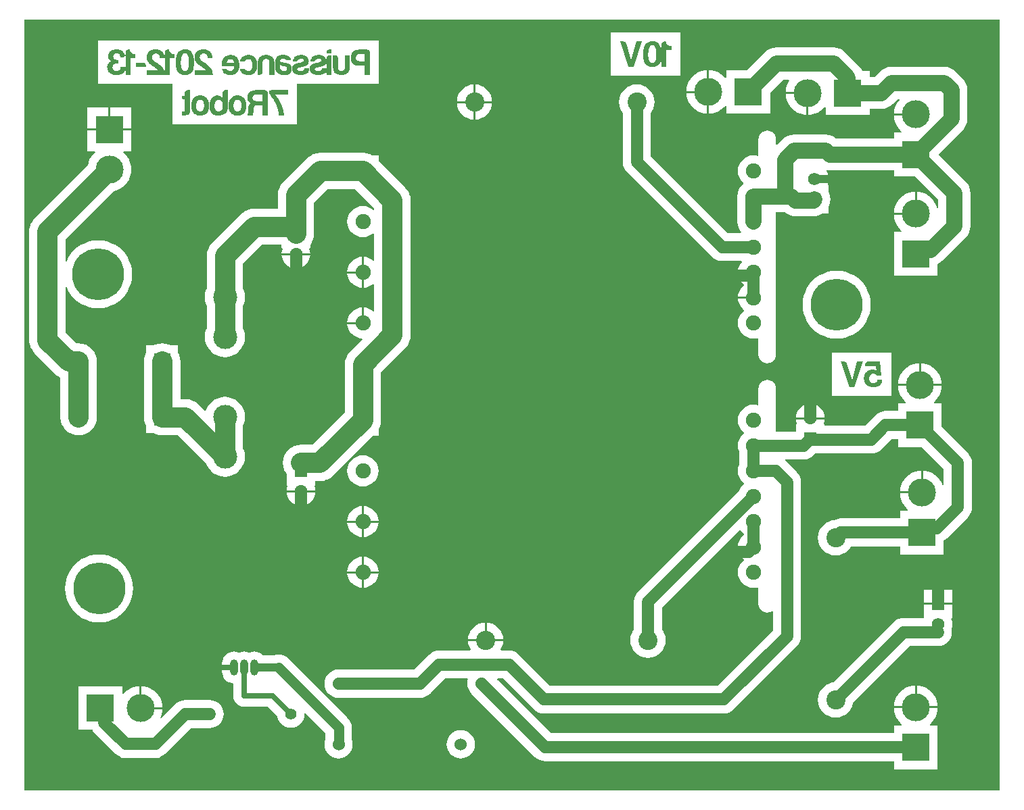
<source format=gbl>
%FSLAX44Y44*%
%MOMM*%
G71*
G01*
G75*
G04 Layer_Physical_Order=2*
G04 Layer_Color=16711680*
%ADD10C,2.0000*%
%ADD11C,1.5000*%
%ADD12C,2.5400*%
%ADD13C,1.2700*%
%ADD14C,1.0000*%
%ADD15C,0.7000*%
%ADD16R,3.5000X3.5000*%
%ADD17C,3.5000*%
%ADD18R,1.5748X1.5748*%
%ADD19C,1.5748*%
%ADD20C,2.4000*%
%ADD21C,1.4000*%
%ADD22O,1.0000X2.0000*%
%ADD23O,1.0000X2.0000*%
%ADD24C,2.0000*%
%ADD25R,2.0000X2.0000*%
%ADD26R,3.5000X3.5000*%
%ADD27R,1.9050X1.9050*%
%ADD28C,1.9050*%
%ADD29C,6.5000*%
%ADD30C,1.5240*%
%ADD31C,3.0000*%
G36*
X1753401Y786600D02*
X532599D01*
Y1753401D01*
X1753401D01*
Y786600D01*
D02*
G37*
%LPC*%
G36*
X955040Y1122680D02*
X936816D01*
X937067Y1120122D01*
X938184Y1116442D01*
X939997Y1113050D01*
X942437Y1110077D01*
X945410Y1107637D01*
X948802Y1105824D01*
X952482Y1104707D01*
X955040Y1104456D01*
Y1122680D01*
D02*
G37*
G36*
X975804D02*
X957580D01*
Y1104456D01*
X960138Y1104707D01*
X963818Y1105824D01*
X967210Y1107637D01*
X970183Y1110077D01*
X972623Y1113050D01*
X974436Y1116442D01*
X975553Y1120122D01*
X975804Y1122680D01*
D02*
G37*
G36*
X955040Y1143444D02*
X952482Y1143193D01*
X948802Y1142076D01*
X945410Y1140263D01*
X942437Y1137823D01*
X939997Y1134850D01*
X938184Y1131458D01*
X937067Y1127778D01*
X936816Y1125220D01*
X955040D01*
Y1143444D01*
D02*
G37*
G36*
X975804Y1059180D02*
X957580D01*
Y1040956D01*
X960138Y1041208D01*
X963818Y1042324D01*
X967210Y1044137D01*
X970183Y1046577D01*
X972623Y1049550D01*
X974436Y1052942D01*
X975553Y1056622D01*
X975804Y1059180D01*
D02*
G37*
G36*
X955040Y1079944D02*
X952482Y1079693D01*
X948802Y1078576D01*
X945410Y1076763D01*
X942437Y1074323D01*
X939997Y1071350D01*
X938184Y1067958D01*
X937067Y1064278D01*
X936816Y1061720D01*
X955040D01*
Y1079944D01*
D02*
G37*
G36*
X957580D02*
Y1061720D01*
X975804D01*
X975553Y1064278D01*
X974436Y1067958D01*
X972623Y1071350D01*
X970183Y1074323D01*
X967210Y1076763D01*
X963818Y1078576D01*
X960138Y1079693D01*
X957580Y1079944D01*
D02*
G37*
G36*
X1654810Y1187865D02*
X1651765Y1187626D01*
X1647556Y1186615D01*
X1643557Y1184959D01*
X1639866Y1182697D01*
X1636574Y1179886D01*
X1633763Y1176594D01*
X1631502Y1172904D01*
X1629845Y1168904D01*
X1628835Y1164696D01*
X1628595Y1161650D01*
X1654810D01*
Y1187865D01*
D02*
G37*
G36*
X956310Y1207069D02*
X952482Y1206693D01*
X948802Y1205576D01*
X945410Y1203763D01*
X942437Y1201323D01*
X939997Y1198350D01*
X938184Y1194958D01*
X937067Y1191278D01*
X936691Y1187450D01*
X937067Y1183622D01*
X938184Y1179942D01*
X939997Y1176550D01*
X942437Y1173577D01*
X945410Y1171137D01*
X948802Y1169324D01*
X952482Y1168207D01*
X956310Y1167831D01*
X960138Y1168207D01*
X963818Y1169324D01*
X967210Y1171137D01*
X970183Y1173577D01*
X972623Y1176550D01*
X974436Y1179942D01*
X975553Y1183622D01*
X975929Y1187450D01*
X975553Y1191278D01*
X974436Y1194958D01*
X972623Y1198350D01*
X970183Y1201323D01*
X967210Y1203763D01*
X963818Y1205576D01*
X960138Y1206693D01*
X956310Y1207069D01*
D02*
G37*
G36*
X705080Y1347420D02*
X700630Y1346982D01*
X696351Y1345683D01*
X694343Y1344610D01*
X685080D01*
Y1335347D01*
X684007Y1333339D01*
X682709Y1329060D01*
X682270Y1324610D01*
Y1254760D01*
X682270Y1254760D01*
X682270D01*
X682709Y1250310D01*
X684007Y1246031D01*
X685080Y1244023D01*
Y1234760D01*
X694343D01*
X696351Y1233687D01*
X700630Y1232388D01*
X705080Y1231950D01*
X724612D01*
X760136Y1196426D01*
X760381Y1195617D01*
X762703Y1191273D01*
X765827Y1187467D01*
X769633Y1184343D01*
X773977Y1182021D01*
X778689Y1180592D01*
X783590Y1180109D01*
X788491Y1180592D01*
X793203Y1182021D01*
X797546Y1184343D01*
X801353Y1187467D01*
X804477Y1191273D01*
X806799Y1195617D01*
X808228Y1200329D01*
X808711Y1205230D01*
X808228Y1210131D01*
X806799Y1214843D01*
X806400Y1215590D01*
Y1244870D01*
X806799Y1245617D01*
X808228Y1250329D01*
X808711Y1255230D01*
X808228Y1260131D01*
X806799Y1264843D01*
X804477Y1269186D01*
X801353Y1272993D01*
X797546Y1276117D01*
X793203Y1278439D01*
X788491Y1279868D01*
X783590Y1280351D01*
X778689Y1279868D01*
X773977Y1278439D01*
X769633Y1276117D01*
X765827Y1272993D01*
X762703Y1269186D01*
X760381Y1264843D01*
X759775Y1262844D01*
X758543Y1262535D01*
X750189Y1270889D01*
X746732Y1273726D01*
X742789Y1275834D01*
X741793Y1276136D01*
X738510Y1277132D01*
X736285Y1277351D01*
X734060Y1277570D01*
X734060Y1277570D01*
X727890D01*
Y1324610D01*
X727452Y1329060D01*
X726154Y1333339D01*
X725080Y1335347D01*
Y1344610D01*
X715817D01*
X713809Y1345683D01*
X709530Y1346982D01*
X705080Y1347420D01*
D02*
G37*
G36*
X957580Y1143444D02*
Y1125220D01*
X975804D01*
X975553Y1127778D01*
X974436Y1131458D01*
X972623Y1134850D01*
X970183Y1137823D01*
X967210Y1140263D01*
X963818Y1142076D01*
X960138Y1143193D01*
X957580Y1143444D01*
D02*
G37*
G36*
X877570Y1160780D02*
X861005D01*
X861225Y1158546D01*
X862247Y1155177D01*
X863906Y1152072D01*
X866140Y1149350D01*
X868862Y1147116D01*
X871967Y1145457D01*
X875336Y1144435D01*
X877570Y1144215D01*
Y1160780D01*
D02*
G37*
G36*
X896675D02*
X880110D01*
Y1144215D01*
X882344Y1144435D01*
X885713Y1145457D01*
X888818Y1147116D01*
X891540Y1149350D01*
X893774Y1152072D01*
X895433Y1155177D01*
X896455Y1158546D01*
X896675Y1160780D01*
D02*
G37*
G36*
X955040Y1059180D02*
X936816D01*
X937067Y1056622D01*
X938184Y1052942D01*
X939997Y1049550D01*
X942437Y1046577D01*
X945410Y1044137D01*
X948802Y1042324D01*
X952482Y1041208D01*
X955040Y1040956D01*
Y1059180D01*
D02*
G37*
G36*
X679050Y917755D02*
Y891540D01*
X705265D01*
X705026Y894585D01*
X704015Y898794D01*
X702359Y902793D01*
X700097Y906484D01*
X697286Y909776D01*
X693994Y912587D01*
X690303Y914848D01*
X686304Y916505D01*
X682095Y917515D01*
X679050Y917755D01*
D02*
G37*
G36*
X1647190Y918625D02*
X1644145Y918386D01*
X1639936Y917375D01*
X1635937Y915719D01*
X1632246Y913457D01*
X1628954Y910646D01*
X1626143Y907354D01*
X1623882Y903663D01*
X1622225Y899664D01*
X1621215Y895455D01*
X1620975Y892410D01*
X1647190D01*
Y918625D01*
D02*
G37*
G36*
X1649730D02*
Y892410D01*
X1675945D01*
X1675705Y895455D01*
X1674695Y899664D01*
X1673038Y903663D01*
X1670777Y907354D01*
X1667966Y910646D01*
X1664674Y913457D01*
X1660983Y915719D01*
X1656984Y917375D01*
X1652775Y918386D01*
X1649730Y918625D01*
D02*
G37*
G36*
X1078830Y862455D02*
X1075376Y862115D01*
X1072055Y861107D01*
X1068994Y859471D01*
X1066311Y857270D01*
X1064109Y854586D01*
X1062472Y851525D01*
X1061465Y848204D01*
X1061125Y844750D01*
X1061465Y841296D01*
X1062472Y837974D01*
X1064109Y834913D01*
X1066311Y832231D01*
X1068994Y830029D01*
X1072055Y828392D01*
X1075376Y827385D01*
X1078830Y827045D01*
X1082284Y827385D01*
X1085605Y828392D01*
X1088667Y830029D01*
X1091349Y832231D01*
X1093551Y834913D01*
X1095188Y837974D01*
X1096195Y841296D01*
X1096535Y844750D01*
X1096195Y848204D01*
X1095188Y851525D01*
X1093551Y854586D01*
X1091349Y857270D01*
X1088667Y859471D01*
X1085605Y861107D01*
X1082284Y862115D01*
X1078830Y862455D01*
D02*
G37*
G36*
X655280Y917770D02*
X600280D01*
Y862770D01*
X617673D01*
X618159Y861861D01*
X620346Y859196D01*
X620346Y859196D01*
X620346D01*
Y859196D01*
X620346Y859196D01*
X646706Y832836D01*
X646706D01*
X646706Y832836D01*
X646706Y832836D01*
Y832836D01*
X649371Y830649D01*
X652411Y829024D01*
X653179Y828791D01*
X655710Y828023D01*
X659141Y827685D01*
X696420D01*
X699850Y828023D01*
X702381Y828791D01*
X703149Y829024D01*
X706189Y830649D01*
X708854Y832836D01*
X741084Y865065D01*
X764540D01*
X767971Y865403D01*
X771269Y866404D01*
X774309Y868029D01*
X776974Y870216D01*
X779161Y872880D01*
X780786Y875921D01*
X781787Y879219D01*
X782125Y882650D01*
X781787Y886081D01*
X780786Y889379D01*
X779161Y892420D01*
X776974Y895084D01*
X774309Y897271D01*
X771269Y898896D01*
X767971Y899897D01*
X764540Y900235D01*
X733800D01*
X730369Y899897D01*
X727070Y898896D01*
X724030Y897271D01*
X721366Y895084D01*
X703480Y877198D01*
X702424Y877904D01*
X704015Y881746D01*
X705026Y885955D01*
X705265Y889000D01*
X677780D01*
Y890270D01*
X676510D01*
Y917755D01*
X673465Y917515D01*
X669256Y916505D01*
X665257Y914848D01*
X661566Y912587D01*
X658275Y909776D01*
X656471Y907664D01*
X655280Y908104D01*
Y917770D01*
D02*
G37*
G36*
X1694044Y1019570D02*
X1658296D01*
Y1003051D01*
X1633166D01*
X1629736Y1002713D01*
X1627205Y1001945D01*
X1626437Y1001712D01*
X1623397Y1000087D01*
X1620732Y997900D01*
X1545066Y922235D01*
X1543817Y922112D01*
X1539670Y920854D01*
X1535848Y918811D01*
X1532498Y916062D01*
X1529749Y912712D01*
X1527706Y908890D01*
X1526448Y904743D01*
X1526024Y900430D01*
X1526448Y896117D01*
X1527706Y891970D01*
X1529749Y888148D01*
X1532498Y884798D01*
X1535848Y882049D01*
X1539670Y880006D01*
X1543817Y878748D01*
X1548130Y878324D01*
X1552443Y878748D01*
X1556590Y880006D01*
X1560412Y882049D01*
X1563762Y884798D01*
X1566511Y888148D01*
X1568554Y891970D01*
X1569812Y896117D01*
X1569935Y897366D01*
X1640450Y967881D01*
X1676170D01*
X1679601Y968219D01*
X1682899Y969220D01*
X1685939Y970845D01*
X1688604Y973032D01*
X1690791Y975697D01*
X1692416Y978737D01*
X1693417Y982036D01*
X1693754Y985466D01*
X1693417Y988897D01*
X1693140Y989809D01*
X1693785Y991936D01*
X1694130Y995440D01*
X1693785Y998944D01*
X1692875Y1001946D01*
X1693631Y1002966D01*
X1694044D01*
Y1019570D01*
D02*
G37*
G36*
X626110Y1082721D02*
X620551Y1082357D01*
X615087Y1081270D01*
X609811Y1079479D01*
X604814Y1077015D01*
X600182Y1073920D01*
X595993Y1070247D01*
X592320Y1066058D01*
X589225Y1061426D01*
X586761Y1056429D01*
X584970Y1051153D01*
X583883Y1045689D01*
X583519Y1040130D01*
X583883Y1034571D01*
X584970Y1029107D01*
X586761Y1023831D01*
X589225Y1018834D01*
X592320Y1014202D01*
X595993Y1010014D01*
X600182Y1006340D01*
X604814Y1003245D01*
X609811Y1000781D01*
X615087Y998990D01*
X620551Y997903D01*
X626110Y997539D01*
X631669Y997903D01*
X637133Y998990D01*
X642409Y1000781D01*
X647406Y1003245D01*
X652038Y1006340D01*
X656227Y1010014D01*
X659900Y1014202D01*
X662995Y1018834D01*
X665459Y1023831D01*
X667250Y1029107D01*
X668337Y1034571D01*
X668701Y1040130D01*
X668337Y1045689D01*
X667250Y1051153D01*
X665459Y1056429D01*
X662995Y1061426D01*
X659900Y1066058D01*
X656227Y1070247D01*
X652038Y1073920D01*
X647406Y1077015D01*
X642409Y1079479D01*
X637133Y1081270D01*
X631669Y1082357D01*
X626110Y1082721D01*
D02*
G37*
G36*
X1674900Y1038714D02*
X1658296D01*
Y1022110D01*
X1674900D01*
Y1038714D01*
D02*
G37*
G36*
X1694044D02*
X1677440D01*
Y1022110D01*
X1694044D01*
Y1038714D01*
D02*
G37*
G36*
X820420Y961143D02*
X817479Y960853D01*
X814652Y959995D01*
X814070Y959684D01*
X813488Y959995D01*
X810660Y960853D01*
X807720Y961143D01*
X804780Y960853D01*
X801952Y959995D01*
X801370Y959684D01*
X800788Y959995D01*
X797961Y960853D01*
X795020Y961143D01*
X792079Y960853D01*
X789252Y959995D01*
X786646Y958602D01*
X784362Y956728D01*
X782488Y954444D01*
X781095Y951838D01*
X780237Y949010D01*
X779947Y946070D01*
Y936070D01*
X780237Y933130D01*
X781095Y930302D01*
X782488Y927696D01*
X784362Y925412D01*
X786646Y923538D01*
X789252Y922145D01*
X792079Y921287D01*
X794103Y921088D01*
Y905510D01*
X794567Y901986D01*
X795928Y898702D01*
X798092Y895882D01*
X800912Y893718D01*
X804196Y892357D01*
X807720Y891893D01*
X837640D01*
X849295Y880238D01*
X849386Y879317D01*
X850358Y876113D01*
X851937Y873160D01*
X854061Y870571D01*
X856650Y868447D01*
X859603Y866868D01*
X862807Y865896D01*
X866140Y865568D01*
X869473Y865896D01*
X872677Y866868D01*
X875630Y868447D01*
X878219Y870571D01*
X880343Y873160D01*
X881922Y876113D01*
X882894Y879317D01*
X883222Y882650D01*
X883094Y883951D01*
X884242Y884493D01*
X909401Y859335D01*
Y851290D01*
X908465Y848204D01*
X908125Y844750D01*
X908465Y841296D01*
X909473Y837974D01*
X911109Y834913D01*
X913310Y832231D01*
X915993Y830029D01*
X919054Y828392D01*
X922376Y827385D01*
X925830Y827045D01*
X929284Y827385D01*
X932606Y828392D01*
X935667Y830029D01*
X938350Y832231D01*
X940551Y834913D01*
X942188Y837974D01*
X943195Y841296D01*
X943535Y844750D01*
X943195Y848204D01*
X942259Y851290D01*
Y866140D01*
X941944Y869345D01*
X941009Y872427D01*
X939490Y875267D01*
X937447Y877757D01*
X862517Y952687D01*
X860027Y954730D01*
X857187Y956248D01*
X854105Y957184D01*
X850900Y957499D01*
X847695Y957184D01*
X844613Y956248D01*
X844415Y956143D01*
X831558D01*
X831078Y956728D01*
X828794Y958602D01*
X826188Y959995D01*
X823361Y960853D01*
X820420Y961143D01*
D02*
G37*
G36*
X1108710Y997341D02*
X1105667Y997042D01*
X1101520Y995784D01*
X1097698Y993741D01*
X1094348Y990992D01*
X1091599Y987642D01*
X1089556Y983820D01*
X1088298Y979673D01*
X1087999Y976630D01*
X1108710D01*
Y997341D01*
D02*
G37*
G36*
X1111250D02*
Y976630D01*
X1131961D01*
X1131662Y979673D01*
X1130404Y983820D01*
X1128361Y987642D01*
X1125612Y990992D01*
X1122262Y993741D01*
X1118440Y995784D01*
X1114293Y997042D01*
X1111250Y997341D01*
D02*
G37*
G36*
X1515110Y1271325D02*
X1512876Y1271105D01*
X1509507Y1270083D01*
X1506402Y1268424D01*
X1503680Y1266190D01*
X1501446Y1263468D01*
X1499787Y1260363D01*
X1498765Y1256994D01*
X1498545Y1254760D01*
X1515110D01*
Y1271325D01*
D02*
G37*
G36*
X976470Y1727182D02*
X624922D01*
Y1672274D01*
X718352D01*
Y1621474D01*
X873600D01*
Y1672274D01*
X976470D01*
Y1727182D01*
D02*
G37*
G36*
X1094740Y1648460D02*
X1074029D01*
X1074328Y1645417D01*
X1075586Y1641270D01*
X1077629Y1637448D01*
X1080378Y1634098D01*
X1083728Y1631349D01*
X1087550Y1629306D01*
X1091697Y1628048D01*
X1094740Y1627749D01*
Y1648460D01*
D02*
G37*
G36*
X1117991D02*
X1097280D01*
Y1627749D01*
X1100323Y1628048D01*
X1104470Y1629306D01*
X1108292Y1631349D01*
X1111642Y1634098D01*
X1114391Y1637448D01*
X1116434Y1641270D01*
X1117692Y1645417D01*
X1117991Y1648460D01*
D02*
G37*
G36*
X956310Y1586180D02*
X956310Y1586180D01*
X902970D01*
X898520Y1585742D01*
X895237Y1584746D01*
X894241Y1584444D01*
X890297Y1582336D01*
X888569Y1580917D01*
X886841Y1579499D01*
X886841Y1579499D01*
X856361Y1549019D01*
X853524Y1545562D01*
X851416Y1541619D01*
X851114Y1540623D01*
X850118Y1537340D01*
X849899Y1535115D01*
X849680Y1532890D01*
X849680Y1532890D01*
Y1516330D01*
X820420D01*
X820420Y1516330D01*
X816369Y1515931D01*
X815970Y1515892D01*
X811691Y1514594D01*
X807747Y1512486D01*
X805849Y1510928D01*
X804291Y1509649D01*
X804291Y1509649D01*
X767461Y1472819D01*
X764624Y1469362D01*
X762516Y1465419D01*
X762214Y1464423D01*
X761218Y1461140D01*
X760999Y1458915D01*
X760780Y1456690D01*
X760780Y1456690D01*
Y1415590D01*
X760381Y1414843D01*
X758952Y1410131D01*
X758469Y1405230D01*
X758952Y1400329D01*
X760381Y1395617D01*
X760780Y1394870D01*
Y1365590D01*
X760381Y1364843D01*
X758952Y1360131D01*
X758469Y1355230D01*
X758952Y1350329D01*
X760381Y1345617D01*
X762703Y1341273D01*
X765827Y1337467D01*
X769633Y1334343D01*
X773977Y1332021D01*
X778689Y1330592D01*
X783590Y1330109D01*
X788491Y1330592D01*
X793203Y1332021D01*
X797546Y1334343D01*
X801353Y1337467D01*
X804477Y1341273D01*
X806799Y1345617D01*
X808228Y1350329D01*
X808711Y1355230D01*
X808228Y1360131D01*
X806799Y1364843D01*
X806400Y1365590D01*
Y1394870D01*
X806799Y1395617D01*
X808228Y1400329D01*
X808711Y1405230D01*
X808228Y1410131D01*
X806799Y1414843D01*
X806400Y1415590D01*
Y1447242D01*
X829868Y1470710D01*
X854548D01*
X854616Y1470627D01*
Y1466756D01*
X855029D01*
X855785Y1465736D01*
X854875Y1462734D01*
X854655Y1460500D01*
X890325D01*
X890105Y1462734D01*
X889195Y1465736D01*
X889951Y1466756D01*
X890364D01*
Y1470627D01*
X891456Y1471958D01*
X893564Y1475901D01*
X894862Y1480180D01*
X895300Y1484630D01*
Y1523442D01*
X912418Y1540560D01*
X946862D01*
X970525Y1516897D01*
Y1514948D01*
X969377Y1514404D01*
X967210Y1516183D01*
X963818Y1517996D01*
X960138Y1519113D01*
X956310Y1519489D01*
X952482Y1519113D01*
X948802Y1517996D01*
X945410Y1516183D01*
X942437Y1513743D01*
X939997Y1510770D01*
X938184Y1507378D01*
X937067Y1503698D01*
X936691Y1499870D01*
X937067Y1496042D01*
X938184Y1492362D01*
X939997Y1488970D01*
X942437Y1485997D01*
X945410Y1483557D01*
X948802Y1481744D01*
X952482Y1480627D01*
X956310Y1480251D01*
X960138Y1480627D01*
X963818Y1481744D01*
X967210Y1483557D01*
X969377Y1485336D01*
X970525Y1484792D01*
Y1451447D01*
X969377Y1450905D01*
X967210Y1452683D01*
X963818Y1454496D01*
X960138Y1455612D01*
X957580Y1455864D01*
Y1436370D01*
Y1416876D01*
X960138Y1417128D01*
X963818Y1418244D01*
X967210Y1420057D01*
X969377Y1421835D01*
X970525Y1421293D01*
Y1387948D01*
X969377Y1387404D01*
X967210Y1389183D01*
X963818Y1390996D01*
X960138Y1392112D01*
X957580Y1392364D01*
Y1372870D01*
X956310D01*
Y1371600D01*
X936816D01*
X937067Y1369042D01*
X938184Y1365362D01*
X939997Y1361970D01*
X942437Y1358997D01*
X945410Y1356557D01*
X948802Y1354744D01*
X952482Y1353627D01*
X955272Y1353353D01*
X955700Y1352157D01*
X940181Y1336638D01*
X937344Y1333181D01*
X935237Y1329238D01*
X934934Y1328242D01*
X933938Y1324959D01*
X933719Y1322734D01*
X933500Y1320509D01*
X933500Y1320509D01*
Y1260398D01*
X893336Y1220234D01*
X878840D01*
X874390Y1219796D01*
X870111Y1218498D01*
X866168Y1216390D01*
X862711Y1213553D01*
X859874Y1210097D01*
X857766Y1206153D01*
X856468Y1201874D01*
X856030Y1197424D01*
X856468Y1192974D01*
X857766Y1188695D01*
X859874Y1184752D01*
X860966Y1183421D01*
Y1169576D01*
X861379D01*
X862135Y1168556D01*
X861225Y1165554D01*
X861005Y1163320D01*
X896675D01*
X896455Y1165554D01*
X895545Y1168556D01*
X896301Y1169576D01*
X896714D01*
Y1174614D01*
X902784D01*
X902784Y1174614D01*
X905009Y1174833D01*
X907234Y1175052D01*
X910517Y1176048D01*
X911513Y1176350D01*
X915456Y1178458D01*
X918913Y1181295D01*
X969043Y1231425D01*
X975835D01*
Y1239324D01*
X977383Y1242221D01*
X977686Y1243217D01*
X978682Y1246500D01*
X979120Y1250950D01*
Y1311061D01*
X1009464Y1341405D01*
X1012301Y1344861D01*
X1014409Y1348805D01*
X1014711Y1349801D01*
X1015707Y1353084D01*
X1015926Y1355309D01*
X1016145Y1357534D01*
X1016145Y1357534D01*
Y1526345D01*
X1016145Y1526345D01*
X1015926Y1528570D01*
X1015707Y1530795D01*
X1014711Y1534078D01*
X1014409Y1535074D01*
X1012301Y1539017D01*
X1009464Y1542474D01*
X975835Y1576103D01*
Y1582895D01*
X967936D01*
X965039Y1584444D01*
X964043Y1584746D01*
X960760Y1585742D01*
X958535Y1585961D01*
X956310Y1586180D01*
D02*
G37*
G36*
X637540Y1642540D02*
X611310D01*
Y1616310D01*
X637540D01*
Y1642540D01*
D02*
G37*
G36*
X666310D02*
X640080D01*
Y1616310D01*
X666310D01*
Y1642540D01*
D02*
G37*
G36*
X1511700Y1659890D02*
X1485485D01*
X1485725Y1656845D01*
X1486735Y1652636D01*
X1488392Y1648637D01*
X1490653Y1644946D01*
X1493464Y1641654D01*
X1496756Y1638843D01*
X1500447Y1636582D01*
X1504446Y1634925D01*
X1508655Y1633915D01*
X1511700Y1633675D01*
Y1659890D01*
D02*
G37*
G36*
X1387240Y1689915D02*
X1384195Y1689675D01*
X1379986Y1688665D01*
X1375987Y1687008D01*
X1372296Y1684747D01*
X1369004Y1681936D01*
X1366193Y1678644D01*
X1363932Y1674953D01*
X1362275Y1670954D01*
X1361265Y1666745D01*
X1361025Y1663700D01*
X1387240D01*
Y1689915D01*
D02*
G37*
G36*
X1545590Y1718087D02*
X1474070D01*
X1470149Y1717701D01*
X1466379Y1716557D01*
X1462905Y1714700D01*
X1459859Y1712201D01*
X1437589Y1689930D01*
X1411010D01*
Y1680264D01*
X1409819Y1679825D01*
X1408016Y1681936D01*
X1404724Y1684747D01*
X1401033Y1687008D01*
X1397034Y1688665D01*
X1392825Y1689675D01*
X1389780Y1689915D01*
Y1662430D01*
Y1634945D01*
X1392825Y1635185D01*
X1397034Y1636195D01*
X1401033Y1637852D01*
X1404724Y1640113D01*
X1408016Y1642924D01*
X1409819Y1645035D01*
X1411010Y1644596D01*
Y1634930D01*
X1466010D01*
Y1661509D01*
X1482394Y1677893D01*
X1489672D01*
X1490292Y1676785D01*
X1488392Y1673683D01*
X1486735Y1669684D01*
X1485725Y1665475D01*
X1485485Y1662430D01*
X1512970D01*
Y1661160D01*
X1514240D01*
Y1633675D01*
X1517285Y1633915D01*
X1521494Y1634925D01*
X1525493Y1636582D01*
X1529184Y1638843D01*
X1532476Y1641654D01*
X1534279Y1643765D01*
X1535470Y1643326D01*
Y1633660D01*
X1590470D01*
Y1641063D01*
X1605280D01*
X1609201Y1641449D01*
X1612971Y1642593D01*
X1616445Y1644450D01*
X1619491Y1646949D01*
X1619491Y1646949D01*
X1619491Y1646949D01*
X1626304Y1653763D01*
X1627581D01*
X1628112Y1652610D01*
X1626143Y1650304D01*
X1623882Y1646613D01*
X1622225Y1642614D01*
X1621215Y1638405D01*
X1620975Y1635360D01*
X1648460D01*
Y1632820D01*
X1620975D01*
X1621215Y1629775D01*
X1622225Y1625566D01*
X1623882Y1621567D01*
X1626143Y1617876D01*
X1628954Y1614585D01*
X1631066Y1612781D01*
X1630626Y1611590D01*
X1620960D01*
Y1604187D01*
X1548627D01*
X1547278Y1605294D01*
X1543803Y1607151D01*
X1540033Y1608295D01*
X1536112Y1608681D01*
X1495874D01*
X1491953Y1608295D01*
X1488183Y1607151D01*
X1484709Y1605294D01*
X1481663Y1602795D01*
X1474673Y1595804D01*
X1473500Y1596290D01*
Y1602740D01*
X1473122Y1605612D01*
X1472014Y1608288D01*
X1470250Y1610585D01*
X1467953Y1612348D01*
X1465277Y1613457D01*
X1462405Y1613835D01*
X1459533Y1613457D01*
X1456857Y1612348D01*
X1454560Y1610585D01*
X1452796Y1608288D01*
X1451688Y1605612D01*
X1451310Y1602740D01*
Y1583004D01*
X1450290Y1582248D01*
X1449088Y1582612D01*
X1445260Y1582990D01*
X1441432Y1582612D01*
X1437752Y1581496D01*
X1434360Y1579683D01*
X1431387Y1577243D01*
X1428947Y1574270D01*
X1427134Y1570878D01*
X1426017Y1567198D01*
X1425641Y1563370D01*
X1426017Y1559542D01*
X1427134Y1555862D01*
X1428947Y1552470D01*
X1431387Y1549497D01*
X1432678Y1548437D01*
Y1547167D01*
X1431049Y1545831D01*
X1428550Y1542785D01*
X1426693Y1539311D01*
X1425549Y1535541D01*
X1425163Y1531620D01*
Y1499870D01*
X1425549Y1495949D01*
X1426693Y1492179D01*
X1428550Y1488705D01*
X1430070Y1486853D01*
X1429527Y1485705D01*
X1413174D01*
X1316795Y1582084D01*
Y1636478D01*
X1317591Y1637448D01*
X1319634Y1641270D01*
X1320892Y1645417D01*
X1321317Y1649730D01*
X1320892Y1654043D01*
X1319634Y1658190D01*
X1317591Y1662012D01*
X1314842Y1665362D01*
X1311492Y1668111D01*
X1307670Y1670154D01*
X1303523Y1671412D01*
X1299210Y1671837D01*
X1294897Y1671412D01*
X1290750Y1670154D01*
X1286928Y1668111D01*
X1283578Y1665362D01*
X1280829Y1662012D01*
X1278786Y1658190D01*
X1277528Y1654043D01*
X1277104Y1649730D01*
X1277528Y1645417D01*
X1278786Y1641270D01*
X1280829Y1637448D01*
X1281625Y1636478D01*
Y1574800D01*
X1281625Y1574800D01*
X1281625D01*
X1281963Y1571369D01*
X1282731Y1568838D01*
X1282964Y1568071D01*
X1284589Y1565031D01*
X1286776Y1562366D01*
X1286776Y1562366D01*
X1286776Y1562366D01*
X1393456Y1455686D01*
Y1455686D01*
X1393456Y1455686D01*
X1393456Y1455686D01*
Y1455686D01*
X1396120Y1453499D01*
X1399161Y1451874D01*
X1399928Y1451641D01*
X1402459Y1450873D01*
X1405890Y1450535D01*
X1430142D01*
X1430685Y1449387D01*
X1428947Y1447270D01*
X1427134Y1443878D01*
X1426017Y1440198D01*
X1425766Y1437640D01*
X1445260D01*
Y1435100D01*
X1425766D01*
X1426017Y1432542D01*
X1427134Y1428862D01*
X1428947Y1425470D01*
X1431387Y1422497D01*
X1433053Y1421130D01*
Y1419860D01*
X1431387Y1418493D01*
X1428947Y1415520D01*
X1427134Y1412128D01*
X1426017Y1408448D01*
X1425766Y1405890D01*
X1445260D01*
Y1403350D01*
X1425766D01*
X1426017Y1400792D01*
X1427134Y1397112D01*
X1428947Y1393720D01*
X1431387Y1390747D01*
X1433053Y1389380D01*
Y1388110D01*
X1431387Y1386743D01*
X1428947Y1383770D01*
X1427134Y1380378D01*
X1426017Y1376698D01*
X1425641Y1372870D01*
X1426017Y1369042D01*
X1427134Y1365362D01*
X1428947Y1361970D01*
X1431387Y1358997D01*
X1434360Y1356557D01*
X1437752Y1354744D01*
X1441432Y1353627D01*
X1445260Y1353250D01*
X1449088Y1353627D01*
X1450290Y1353992D01*
X1451310Y1353236D01*
Y1333500D01*
X1451688Y1330628D01*
X1452796Y1327953D01*
X1454560Y1325655D01*
X1456857Y1323891D01*
X1459533Y1322783D01*
X1462405Y1322405D01*
X1465277Y1322783D01*
X1467953Y1323891D01*
X1470250Y1325655D01*
X1472014Y1327953D01*
X1473122Y1330628D01*
X1473500Y1333500D01*
Y1511523D01*
X1484737D01*
X1485427Y1510957D01*
X1486800Y1509830D01*
X1490274Y1507973D01*
X1494044Y1506829D01*
X1497965Y1506443D01*
X1520190D01*
X1524111Y1506829D01*
X1527881Y1507973D01*
X1531355Y1509830D01*
X1531484Y1509936D01*
X1539334D01*
Y1518823D01*
X1540027Y1520119D01*
X1541171Y1523889D01*
X1541557Y1527810D01*
X1541171Y1531731D01*
X1540027Y1535501D01*
X1539334Y1536797D01*
Y1545684D01*
X1538921D01*
X1538165Y1546704D01*
X1539075Y1549706D01*
X1539295Y1551940D01*
X1521460D01*
Y1554480D01*
X1539295D01*
X1539075Y1556714D01*
X1538053Y1560083D01*
X1536394Y1563188D01*
X1536357Y1563233D01*
X1536956Y1564353D01*
X1540607Y1563993D01*
X1620960D01*
Y1556590D01*
X1647539D01*
X1676623Y1527505D01*
Y1515525D01*
X1675362Y1515376D01*
X1674695Y1518154D01*
X1673038Y1522153D01*
X1670777Y1525844D01*
X1667966Y1529136D01*
X1664674Y1531947D01*
X1660983Y1534209D01*
X1656984Y1535865D01*
X1652775Y1536876D01*
X1649730Y1537115D01*
Y1509630D01*
X1648460D01*
Y1508360D01*
X1620975D01*
X1621215Y1505315D01*
X1622225Y1501106D01*
X1623882Y1497107D01*
X1626143Y1493416D01*
X1628954Y1490125D01*
X1631066Y1488321D01*
X1630626Y1487130D01*
X1620960D01*
Y1432130D01*
X1675960D01*
Y1446688D01*
X1678265Y1447920D01*
X1681310Y1450420D01*
X1710931Y1480040D01*
X1713430Y1483085D01*
X1715287Y1486560D01*
X1716431Y1490330D01*
X1716817Y1494251D01*
Y1535830D01*
X1716431Y1539751D01*
X1715287Y1543521D01*
X1713430Y1546995D01*
X1712303Y1548368D01*
X1710931Y1550040D01*
X1677516Y1583455D01*
Y1584725D01*
X1707121Y1614329D01*
X1708493Y1616002D01*
X1709620Y1617375D01*
X1711477Y1620849D01*
X1711477Y1620849D01*
X1711477Y1620849D01*
X1712621Y1624619D01*
X1713007Y1628540D01*
X1713007Y1628540D01*
X1713007Y1628540D01*
Y1628540D01*
Y1664970D01*
X1712621Y1668891D01*
X1711477Y1672661D01*
X1709620Y1676135D01*
X1708493Y1677508D01*
X1707121Y1679181D01*
X1698231Y1688071D01*
X1695185Y1690570D01*
X1691711Y1692427D01*
X1687941Y1693571D01*
X1684020Y1693957D01*
X1617980D01*
X1614059Y1693571D01*
X1610289Y1692427D01*
X1606815Y1690570D01*
X1605442Y1689443D01*
X1603769Y1688071D01*
X1596956Y1681257D01*
X1590470D01*
Y1688660D01*
X1581345D01*
X1579680Y1691775D01*
X1578307Y1693448D01*
X1577181Y1694821D01*
X1559801Y1712201D01*
X1556755Y1714700D01*
X1553281Y1716557D01*
X1549511Y1717701D01*
X1545590Y1718087D01*
D02*
G37*
G36*
X1353660Y1737342D02*
X1266861D01*
Y1682482D01*
X1353660D01*
Y1737342D01*
D02*
G37*
G36*
X1387240Y1661160D02*
X1361025D01*
X1361265Y1658115D01*
X1362275Y1653906D01*
X1363932Y1649907D01*
X1366193Y1646216D01*
X1369004Y1642924D01*
X1372296Y1640113D01*
X1375987Y1637852D01*
X1379986Y1636195D01*
X1384195Y1635185D01*
X1387240Y1634945D01*
Y1661160D01*
D02*
G37*
G36*
X1094740Y1671711D02*
X1091697Y1671412D01*
X1087550Y1670154D01*
X1083728Y1668111D01*
X1080378Y1665362D01*
X1077629Y1662012D01*
X1075586Y1658190D01*
X1074328Y1654043D01*
X1074029Y1651000D01*
X1094740D01*
Y1671711D01*
D02*
G37*
G36*
X1097280D02*
Y1651000D01*
X1117991D01*
X1117692Y1654043D01*
X1116434Y1658190D01*
X1114391Y1662012D01*
X1111642Y1665362D01*
X1108292Y1668111D01*
X1104470Y1670154D01*
X1100323Y1671412D01*
X1097280Y1671711D01*
D02*
G37*
G36*
X1652270Y1322485D02*
X1649225Y1322246D01*
X1645016Y1321235D01*
X1641017Y1319579D01*
X1637326Y1317317D01*
X1634034Y1314506D01*
X1631223Y1311214D01*
X1628962Y1307523D01*
X1627305Y1303524D01*
X1626295Y1299315D01*
X1626055Y1296270D01*
X1652270D01*
Y1322485D01*
D02*
G37*
G36*
X1654810D02*
Y1296270D01*
X1681025D01*
X1680785Y1299315D01*
X1679775Y1303524D01*
X1678118Y1307523D01*
X1675857Y1311214D01*
X1673046Y1314506D01*
X1669754Y1317317D01*
X1666063Y1319579D01*
X1662064Y1321235D01*
X1657855Y1322246D01*
X1654810Y1322485D01*
D02*
G37*
G36*
X1549400Y1438321D02*
X1543841Y1437957D01*
X1538377Y1436870D01*
X1533101Y1435079D01*
X1528104Y1432615D01*
X1523472Y1429520D01*
X1519283Y1425847D01*
X1515610Y1421658D01*
X1512515Y1417026D01*
X1510051Y1412029D01*
X1508260Y1406753D01*
X1507173Y1401289D01*
X1506809Y1395730D01*
X1507173Y1390171D01*
X1508260Y1384707D01*
X1510051Y1379431D01*
X1512515Y1374434D01*
X1515610Y1369802D01*
X1519283Y1365614D01*
X1523472Y1361940D01*
X1528104Y1358845D01*
X1533101Y1356381D01*
X1538377Y1354590D01*
X1543841Y1353503D01*
X1549400Y1353139D01*
X1554959Y1353503D01*
X1560423Y1354590D01*
X1565699Y1356381D01*
X1570696Y1358845D01*
X1575328Y1361940D01*
X1579516Y1365614D01*
X1583190Y1369802D01*
X1586285Y1374434D01*
X1588749Y1379431D01*
X1590540Y1384707D01*
X1591627Y1390171D01*
X1591991Y1395730D01*
X1591627Y1401289D01*
X1590540Y1406753D01*
X1588749Y1412029D01*
X1586285Y1417026D01*
X1583190Y1421658D01*
X1579516Y1425847D01*
X1575328Y1429520D01*
X1570696Y1432615D01*
X1565699Y1435079D01*
X1560423Y1436870D01*
X1554959Y1437957D01*
X1549400Y1438321D01*
D02*
G37*
G36*
X1517650Y1271325D02*
Y1254760D01*
X1534215D01*
X1533995Y1256994D01*
X1532973Y1260363D01*
X1531314Y1263468D01*
X1529080Y1266190D01*
X1526358Y1268424D01*
X1523253Y1270083D01*
X1519884Y1271105D01*
X1517650Y1271325D01*
D02*
G37*
G36*
X1462405Y1301415D02*
X1459533Y1301037D01*
X1456857Y1299928D01*
X1454560Y1298165D01*
X1452796Y1295867D01*
X1451688Y1293192D01*
X1451310Y1290320D01*
Y1270584D01*
X1450290Y1269828D01*
X1449088Y1270192D01*
X1445260Y1270570D01*
X1441432Y1270192D01*
X1437752Y1269076D01*
X1434360Y1267263D01*
X1431387Y1264823D01*
X1428947Y1261850D01*
X1427134Y1258458D01*
X1426017Y1254778D01*
X1425641Y1250950D01*
X1426017Y1247122D01*
X1427134Y1243442D01*
X1428947Y1240050D01*
X1431387Y1237077D01*
X1433053Y1235710D01*
Y1234440D01*
X1431387Y1233073D01*
X1428947Y1230100D01*
X1427134Y1226708D01*
X1426017Y1223028D01*
X1425641Y1219200D01*
X1426017Y1215372D01*
X1427134Y1211692D01*
X1427675Y1210679D01*
Y1195971D01*
X1427134Y1194958D01*
X1426017Y1191278D01*
X1425641Y1187450D01*
X1426017Y1183622D01*
X1427134Y1179942D01*
X1428947Y1176550D01*
X1431387Y1173577D01*
X1433053Y1172210D01*
Y1170940D01*
X1431387Y1169573D01*
X1428947Y1166600D01*
X1427134Y1163208D01*
X1426801Y1162109D01*
X1300746Y1036054D01*
X1298559Y1033390D01*
X1296934Y1030349D01*
X1296701Y1029582D01*
X1295933Y1027051D01*
X1295595Y1023620D01*
Y988612D01*
X1294799Y987642D01*
X1292756Y983820D01*
X1291498Y979673D01*
X1291073Y975360D01*
X1291498Y971047D01*
X1292756Y966900D01*
X1294799Y963078D01*
X1297548Y959728D01*
X1300898Y956979D01*
X1304720Y954936D01*
X1308867Y953678D01*
X1313180Y953253D01*
X1317493Y953678D01*
X1321640Y954936D01*
X1325462Y956979D01*
X1328812Y959728D01*
X1331561Y963078D01*
X1333604Y966900D01*
X1334862Y971047D01*
X1335287Y975360D01*
X1334862Y979673D01*
X1333604Y983820D01*
X1331561Y987642D01*
X1330765Y988612D01*
Y1016336D01*
X1427682Y1113253D01*
X1428938Y1113067D01*
X1428947Y1113050D01*
X1431387Y1110077D01*
X1433053Y1108710D01*
Y1107440D01*
X1431387Y1106073D01*
X1428947Y1103100D01*
X1427134Y1099708D01*
X1426017Y1096028D01*
X1425766Y1093470D01*
X1445260D01*
Y1090930D01*
X1425766D01*
X1426017Y1088372D01*
X1427134Y1084692D01*
X1428947Y1081300D01*
X1431387Y1078327D01*
X1433053Y1076960D01*
Y1075690D01*
X1431387Y1074323D01*
X1428947Y1071350D01*
X1427134Y1067958D01*
X1426017Y1064278D01*
X1425641Y1060450D01*
X1426017Y1056622D01*
X1427134Y1052942D01*
X1428947Y1049550D01*
X1431387Y1046577D01*
X1434360Y1044137D01*
X1437752Y1042324D01*
X1441432Y1041208D01*
X1445260Y1040831D01*
X1449088Y1041208D01*
X1450290Y1041572D01*
X1451310Y1040816D01*
Y1021080D01*
X1451688Y1018208D01*
X1452796Y1015533D01*
X1454560Y1013235D01*
X1456857Y1011471D01*
X1459533Y1010363D01*
X1462405Y1009985D01*
X1465277Y1010363D01*
X1467953Y1011471D01*
X1468446Y1011850D01*
X1469585Y1011289D01*
Y987724D01*
X1400396Y918535D01*
X1190404D01*
X1151624Y957314D01*
X1148960Y959501D01*
X1145919Y961126D01*
X1145152Y961359D01*
X1142621Y962127D01*
X1139190Y962465D01*
X1129268D01*
X1128615Y963554D01*
X1130404Y966900D01*
X1131662Y971047D01*
X1131961Y974090D01*
X1087999D01*
X1088298Y971047D01*
X1089556Y966900D01*
X1091345Y963554D01*
X1090692Y962465D01*
X1051960D01*
X1048529Y962127D01*
X1045998Y961359D01*
X1045231Y961126D01*
X1042190Y959501D01*
X1039526Y957314D01*
X1020546Y938335D01*
X927054D01*
X925830Y938455D01*
X922376Y938115D01*
X919054Y937107D01*
X915993Y935471D01*
X913310Y933270D01*
X911109Y930586D01*
X909473Y927525D01*
X908465Y924204D01*
X908125Y920750D01*
X908465Y917296D01*
X909473Y913975D01*
X911109Y910913D01*
X913310Y908231D01*
X915993Y906029D01*
X919054Y904392D01*
X922376Y903385D01*
X925830Y903045D01*
X927054Y903165D01*
X1026606D01*
X1027830Y903045D01*
X1031284Y903385D01*
X1034605Y904392D01*
X1037666Y906029D01*
X1040350Y908231D01*
X1041130Y909182D01*
X1059244Y927295D01*
X1087337D01*
X1088093Y926275D01*
X1087465Y924204D01*
X1087125Y920750D01*
X1087465Y917296D01*
X1088472Y913975D01*
X1090109Y910913D01*
X1092310Y908231D01*
X1093262Y907450D01*
X1172006Y828706D01*
Y828706D01*
X1172006Y828706D01*
X1172006Y828706D01*
Y828706D01*
X1174671Y826519D01*
X1177711Y824894D01*
X1178479Y824661D01*
X1181010Y823893D01*
X1184440Y823555D01*
X1620960D01*
Y813640D01*
X1675960D01*
Y868640D01*
X1666294D01*
X1665854Y869831D01*
X1667966Y871635D01*
X1670777Y874926D01*
X1673038Y878617D01*
X1674695Y882616D01*
X1675705Y886825D01*
X1675945Y889870D01*
X1620975D01*
X1621215Y886825D01*
X1622225Y882616D01*
X1623882Y878617D01*
X1626143Y874926D01*
X1628954Y871635D01*
X1631066Y869831D01*
X1630626Y868640D01*
X1620960D01*
Y858725D01*
X1191724D01*
X1124326Y926122D01*
X1124812Y927295D01*
X1131906D01*
X1170686Y888516D01*
X1170686D01*
X1170686Y888516D01*
X1170686Y888516D01*
Y888516D01*
X1173351Y886329D01*
X1176391Y884704D01*
X1177159Y884471D01*
X1179689Y883703D01*
X1183120Y883365D01*
X1407680D01*
X1411111Y883703D01*
X1413642Y884471D01*
X1414409Y884704D01*
X1417449Y886329D01*
X1420114Y888516D01*
X1420114Y888516D01*
X1420114Y888516D01*
X1499604Y968006D01*
X1501791Y970670D01*
X1503416Y973711D01*
X1503649Y974478D01*
X1504417Y977009D01*
X1504755Y980440D01*
Y1173480D01*
X1504417Y1176911D01*
X1503416Y1180209D01*
X1501791Y1183250D01*
X1499604Y1185914D01*
X1485634Y1199884D01*
X1484982Y1200419D01*
X1485410Y1201615D01*
X1507490D01*
X1510921Y1201953D01*
X1513452Y1202721D01*
X1514219Y1202954D01*
X1517260Y1204579D01*
X1519924Y1206766D01*
X1519924Y1206766D01*
X1519924Y1206766D01*
X1522394Y1209235D01*
X1592580D01*
X1596011Y1209573D01*
X1598542Y1210341D01*
X1599309Y1210574D01*
X1602350Y1212199D01*
X1605014Y1214386D01*
X1605014Y1214386D01*
X1605014Y1214386D01*
X1618044Y1227415D01*
X1626040D01*
Y1217500D01*
X1656172D01*
X1683495Y1190176D01*
Y1169309D01*
X1682250Y1169062D01*
X1680658Y1172904D01*
X1678397Y1176594D01*
X1675586Y1179886D01*
X1672294Y1182697D01*
X1668603Y1184959D01*
X1664604Y1186615D01*
X1660395Y1187626D01*
X1657350Y1187865D01*
Y1160380D01*
X1656080D01*
Y1159110D01*
X1628595D01*
X1628835Y1156065D01*
X1629845Y1151856D01*
X1631502Y1147857D01*
X1633763Y1144166D01*
X1636574Y1140875D01*
X1638686Y1139071D01*
X1638246Y1137880D01*
X1628580D01*
Y1127964D01*
X1554880D01*
X1551449Y1127627D01*
X1548150Y1126626D01*
X1546115Y1125538D01*
X1543817Y1125312D01*
X1539670Y1124054D01*
X1535848Y1122011D01*
X1532498Y1119262D01*
X1529749Y1115912D01*
X1527706Y1112090D01*
X1526448Y1107943D01*
X1526024Y1103630D01*
X1526448Y1099317D01*
X1527706Y1095170D01*
X1529749Y1091348D01*
X1532498Y1087998D01*
X1535848Y1085249D01*
X1539670Y1083206D01*
X1543817Y1081948D01*
X1548130Y1081524D01*
X1552443Y1081948D01*
X1556590Y1083206D01*
X1560412Y1085249D01*
X1563762Y1087998D01*
X1566511Y1091348D01*
X1567284Y1092795D01*
X1628580D01*
Y1082880D01*
X1683580D01*
Y1100273D01*
X1684489Y1100759D01*
X1687154Y1102946D01*
X1713514Y1129306D01*
X1713514Y1129306D01*
X1713514Y1129306D01*
X1715701Y1131971D01*
X1717326Y1135011D01*
X1717559Y1135779D01*
X1718327Y1138310D01*
X1718665Y1141740D01*
X1718665Y1141741D01*
X1718665Y1141741D01*
Y1141741D01*
Y1197460D01*
X1718327Y1200890D01*
X1717559Y1203421D01*
X1717326Y1204189D01*
X1715701Y1207229D01*
X1713514Y1209894D01*
X1681040Y1242368D01*
Y1272500D01*
X1671374D01*
X1670934Y1273691D01*
X1673046Y1275495D01*
X1675857Y1278786D01*
X1678118Y1282477D01*
X1679775Y1286476D01*
X1680785Y1290685D01*
X1681025Y1293730D01*
X1626055D01*
X1626295Y1290685D01*
X1627305Y1286476D01*
X1628962Y1282477D01*
X1631223Y1278786D01*
X1634034Y1275495D01*
X1636146Y1273691D01*
X1635706Y1272500D01*
X1626040D01*
Y1262585D01*
X1610760D01*
X1607329Y1262247D01*
X1604798Y1261479D01*
X1604030Y1261246D01*
X1600990Y1259621D01*
X1598326Y1257434D01*
X1585296Y1244405D01*
X1534254D01*
Y1245964D01*
X1533841D01*
X1533085Y1246984D01*
X1533995Y1249986D01*
X1534215Y1252220D01*
X1498545D01*
X1498765Y1249986D01*
X1499675Y1246984D01*
X1498919Y1245964D01*
X1498506D01*
Y1236785D01*
X1473500D01*
Y1290320D01*
X1473122Y1293192D01*
X1472014Y1295867D01*
X1470250Y1298165D01*
X1467953Y1299928D01*
X1465277Y1301037D01*
X1462405Y1301415D01*
D02*
G37*
G36*
X1617772Y1335593D02*
X1543396D01*
Y1281162D01*
X1617772D01*
Y1335593D01*
D02*
G37*
G36*
X955040Y1392364D02*
X952482Y1392112D01*
X948802Y1390996D01*
X945410Y1389183D01*
X942437Y1386743D01*
X939997Y1383770D01*
X938184Y1380378D01*
X937067Y1376698D01*
X936816Y1374140D01*
X955040D01*
Y1392364D01*
D02*
G37*
G36*
X871220Y1457960D02*
X854655D01*
X854875Y1455726D01*
X855897Y1452357D01*
X857556Y1449252D01*
X859790Y1446530D01*
X862512Y1444296D01*
X865617Y1442637D01*
X868986Y1441615D01*
X871220Y1441395D01*
Y1457960D01*
D02*
G37*
G36*
X890325D02*
X873760D01*
Y1441395D01*
X875994Y1441615D01*
X879363Y1442637D01*
X882468Y1444296D01*
X885190Y1446530D01*
X887424Y1449252D01*
X889083Y1452357D01*
X890105Y1455726D01*
X890325Y1457960D01*
D02*
G37*
G36*
X1647190Y1537115D02*
X1644145Y1536876D01*
X1639936Y1535865D01*
X1635937Y1534209D01*
X1632246Y1531947D01*
X1628954Y1529136D01*
X1626143Y1525844D01*
X1623882Y1522153D01*
X1622225Y1518154D01*
X1621215Y1513945D01*
X1620975Y1510900D01*
X1647190D01*
Y1537115D01*
D02*
G37*
G36*
X666310Y1613770D02*
X611310D01*
Y1587540D01*
X620976D01*
X621416Y1586349D01*
X619304Y1584545D01*
X616493Y1581254D01*
X614232Y1577563D01*
X612575Y1573564D01*
X611785Y1570273D01*
X545211Y1503699D01*
X542374Y1500242D01*
X540266Y1496299D01*
X539964Y1495303D01*
X538968Y1492020D01*
X538749Y1489795D01*
X538530Y1487570D01*
X538530Y1487569D01*
Y1351280D01*
X538530Y1351280D01*
X538749Y1349055D01*
X538968Y1346830D01*
X539964Y1343547D01*
X540266Y1342551D01*
X542374Y1338607D01*
X545211Y1335151D01*
X571881Y1308481D01*
X571881Y1308481D01*
X573609Y1307063D01*
X575337Y1305644D01*
X577670Y1304397D01*
Y1254760D01*
X578108Y1250310D01*
X579406Y1246031D01*
X581514Y1242087D01*
X584351Y1238631D01*
X587807Y1235794D01*
X591751Y1233687D01*
X596030Y1232388D01*
X600480Y1231950D01*
X604930Y1232388D01*
X609209Y1233687D01*
X613152Y1235794D01*
X616609Y1238631D01*
X619445Y1242087D01*
X621553Y1246031D01*
X622851Y1250310D01*
X623290Y1254760D01*
Y1324610D01*
X622851Y1329060D01*
X621553Y1333339D01*
X619445Y1337283D01*
X616609Y1340739D01*
X613152Y1343576D01*
X609209Y1345683D01*
X604930Y1346982D01*
X600480Y1347420D01*
X597458D01*
X584150Y1360728D01*
Y1417583D01*
X585403Y1417790D01*
X585491Y1417531D01*
X587955Y1412534D01*
X591050Y1407902D01*
X594724Y1403714D01*
X598912Y1400040D01*
X603544Y1396945D01*
X608541Y1394481D01*
X613817Y1392690D01*
X619281Y1391603D01*
X624840Y1391239D01*
X630399Y1391603D01*
X635863Y1392690D01*
X641139Y1394481D01*
X646136Y1396945D01*
X650768Y1400040D01*
X654957Y1403714D01*
X658630Y1407902D01*
X661725Y1412534D01*
X664189Y1417531D01*
X665980Y1422807D01*
X667067Y1428271D01*
X667431Y1433830D01*
X667067Y1439389D01*
X665980Y1444853D01*
X664189Y1450129D01*
X661725Y1455126D01*
X658630Y1459758D01*
X654957Y1463947D01*
X650768Y1467620D01*
X646136Y1470715D01*
X641139Y1473179D01*
X635863Y1474970D01*
X630399Y1476057D01*
X624840Y1476421D01*
X619281Y1476057D01*
X613817Y1474970D01*
X608541Y1473179D01*
X603544Y1470715D01*
X598912Y1467620D01*
X594724Y1463947D01*
X591050Y1459758D01*
X587955Y1455126D01*
X585491Y1450129D01*
X585403Y1449870D01*
X584150Y1450077D01*
Y1478122D01*
X644043Y1538015D01*
X647334Y1538805D01*
X651333Y1540461D01*
X655024Y1542723D01*
X658316Y1545534D01*
X661127Y1548826D01*
X663388Y1552516D01*
X665045Y1556516D01*
X666055Y1560724D01*
X666395Y1565040D01*
X666055Y1569355D01*
X665045Y1573564D01*
X663388Y1577563D01*
X661127Y1581254D01*
X658316Y1584545D01*
X656204Y1586349D01*
X656644Y1587540D01*
X666310D01*
Y1613770D01*
D02*
G37*
G36*
X955040Y1435100D02*
X936816D01*
X937067Y1432542D01*
X938184Y1428862D01*
X939997Y1425470D01*
X942437Y1422497D01*
X945410Y1420057D01*
X948802Y1418244D01*
X952482Y1417128D01*
X955040Y1416876D01*
Y1435100D01*
D02*
G37*
G36*
Y1455864D02*
X952482Y1455612D01*
X948802Y1454496D01*
X945410Y1452683D01*
X942437Y1450243D01*
X939997Y1447270D01*
X938184Y1443878D01*
X937067Y1440198D01*
X936816Y1437640D01*
X955040D01*
Y1455864D01*
D02*
G37*
%LPD*%
G36*
X862330Y1659114D02*
X846479D01*
X847431Y1657924D01*
X848383Y1656687D01*
X849193Y1655544D01*
X850002Y1654402D01*
X850716Y1653259D01*
X851382Y1652212D01*
X851953Y1651213D01*
X852477Y1650308D01*
X852953Y1649451D01*
X853381Y1648642D01*
X853715Y1647976D01*
X854000Y1647405D01*
X854191Y1646929D01*
X854333Y1646595D01*
X854428Y1646405D01*
X854476Y1646310D01*
X855000Y1645072D01*
X855476Y1643835D01*
X855904Y1642597D01*
X856237Y1641455D01*
X856570Y1640312D01*
X856808Y1639218D01*
X857046Y1638218D01*
X857189Y1637266D01*
X857332Y1636362D01*
X857475Y1635600D01*
X857522Y1634886D01*
X857570Y1634315D01*
X857618Y1633839D01*
X857665Y1633506D01*
Y1633315D01*
Y1633220D01*
X850906D01*
X850811Y1634600D01*
X850668Y1635933D01*
X850478Y1637218D01*
X850240Y1638504D01*
X850002Y1639693D01*
X849716Y1640883D01*
X849430Y1641978D01*
X849097Y1642978D01*
X848812Y1643930D01*
X848526Y1644787D01*
X848288Y1645501D01*
X848050Y1646120D01*
X847860Y1646643D01*
X847717Y1647024D01*
X847622Y1647214D01*
X847574Y1647310D01*
X847050Y1648547D01*
X846432Y1649689D01*
X845861Y1650737D01*
X845337Y1651689D01*
X844861Y1652498D01*
X844670Y1652831D01*
X844480Y1653117D01*
X844337Y1653355D01*
X844242Y1653497D01*
X844147Y1653593D01*
Y1653640D01*
X843338Y1654783D01*
X842529Y1655877D01*
X841767Y1656925D01*
X841005Y1657829D01*
X840387Y1658638D01*
X840101Y1658924D01*
X839863Y1659209D01*
X839673Y1659447D01*
X839530Y1659590D01*
X839482Y1659685D01*
X839435Y1659733D01*
X839101Y1660257D01*
X838863Y1660733D01*
X838721Y1661256D01*
X838673Y1661732D01*
Y1662161D01*
Y1662494D01*
X838721Y1662684D01*
Y1662779D01*
X838816Y1663112D01*
X838959Y1663398D01*
X839292Y1663826D01*
X839768Y1664160D01*
X840244Y1664350D01*
X840720Y1664493D01*
X841148Y1664541D01*
X841434Y1664588D01*
X862330D01*
Y1659114D01*
D02*
G37*
G36*
X962439Y1715341D02*
X962868Y1715245D01*
X963248Y1715055D01*
X963582Y1714912D01*
X963867Y1714722D01*
X964058Y1714531D01*
X964200Y1714436D01*
X964248Y1714388D01*
X964581Y1714008D01*
X964819Y1713627D01*
X964962Y1713246D01*
X965057Y1712913D01*
X965152Y1712580D01*
X965200Y1712342D01*
Y1712151D01*
Y1712104D01*
Y1684020D01*
X958727D01*
Y1695253D01*
X950825D01*
X949968Y1695301D01*
X949159Y1695349D01*
X948445Y1695491D01*
X947731Y1695634D01*
X947112Y1695825D01*
X946493Y1696063D01*
X945970Y1696301D01*
X945494Y1696539D01*
X945065Y1696729D01*
X944732Y1696967D01*
X944399Y1697205D01*
X944161Y1697395D01*
X943923Y1697538D01*
X943780Y1697681D01*
X943733Y1697729D01*
X943685Y1697776D01*
X943257Y1698300D01*
X942876Y1698871D01*
X942543Y1699490D01*
X942257Y1700109D01*
X941829Y1701346D01*
X941495Y1702536D01*
X941400Y1703107D01*
X941353Y1703631D01*
X941305Y1704059D01*
X941257Y1704488D01*
X941210Y1704821D01*
Y1705059D01*
Y1705202D01*
Y1705249D01*
X941257Y1706154D01*
X941305Y1707011D01*
X941448Y1707820D01*
X941591Y1708534D01*
X941781Y1709200D01*
X942019Y1709819D01*
X942257Y1710390D01*
X942495Y1710914D01*
X942733Y1711342D01*
X942971Y1711723D01*
X943161Y1712056D01*
X943399Y1712342D01*
X943542Y1712532D01*
X943685Y1712723D01*
X943733Y1712770D01*
X943780Y1712818D01*
X944256Y1713294D01*
X944827Y1713675D01*
X945399Y1714008D01*
X945970Y1714293D01*
X947207Y1714769D01*
X948445Y1715055D01*
X949016Y1715198D01*
X949540Y1715245D01*
X950016Y1715293D01*
X950444Y1715341D01*
X950777Y1715388D01*
X961963D01*
X962439Y1715341D01*
D02*
G37*
G36*
X902511Y1708724D02*
X903892Y1708486D01*
X904510Y1708343D01*
X905129Y1708153D01*
X905653Y1707963D01*
X906129Y1707772D01*
X906557Y1707582D01*
X906938Y1707391D01*
X907271Y1707201D01*
X907557Y1707058D01*
X907747Y1706915D01*
X907890Y1706820D01*
X907985Y1706773D01*
X908033Y1706725D01*
X908509Y1706297D01*
X908890Y1705821D01*
X909223Y1705345D01*
X909556Y1704869D01*
X910032Y1703917D01*
X910318Y1703012D01*
X910508Y1702203D01*
X910556Y1701822D01*
X910603Y1701537D01*
X910651Y1701299D01*
Y1701108D01*
Y1701013D01*
Y1700966D01*
X910556Y1700013D01*
X910365Y1699157D01*
X910080Y1698395D01*
X909746Y1697776D01*
X909413Y1697253D01*
X909128Y1696872D01*
X908937Y1696682D01*
X908842Y1696586D01*
X908509Y1696301D01*
X908081Y1696015D01*
X907652Y1695730D01*
X907129Y1695444D01*
X906081Y1694968D01*
X904986Y1694587D01*
X903987Y1694254D01*
X903559Y1694111D01*
X903130Y1693968D01*
X902844Y1693921D01*
X902559Y1693826D01*
X902416Y1693778D01*
X902368D01*
X902035Y1693683D01*
X901655Y1693587D01*
X900845Y1693445D01*
X900464Y1693349D01*
X900179Y1693302D01*
X899988Y1693254D01*
X899893D01*
X899227Y1693112D01*
X898608Y1692921D01*
X898085Y1692731D01*
X897656Y1692540D01*
X897275Y1692302D01*
X896990Y1692112D01*
X896704Y1691922D01*
X896514Y1691731D01*
X896228Y1691350D01*
X896085Y1691065D01*
X896038Y1690874D01*
Y1690779D01*
X896085Y1690398D01*
X896228Y1690065D01*
X896371Y1689780D01*
X896561Y1689494D01*
X896799Y1689304D01*
X896942Y1689161D01*
X897085Y1689113D01*
X897133Y1689066D01*
X897609Y1688875D01*
X898085Y1688732D01*
X898561Y1688590D01*
X898989Y1688542D01*
X899417Y1688494D01*
X899703Y1688447D01*
X899988D01*
X900798Y1688494D01*
X901512Y1688590D01*
X902131Y1688732D01*
X902654Y1688923D01*
X903083Y1689066D01*
X903416Y1689208D01*
X903606Y1689304D01*
X903654Y1689351D01*
X904082Y1689732D01*
X904368Y1690160D01*
X904606Y1690589D01*
X904796Y1691065D01*
X904891Y1691445D01*
X904939Y1691779D01*
X904986Y1691969D01*
Y1692064D01*
X910889D01*
Y1705154D01*
X910937Y1705630D01*
X911032Y1706059D01*
X911174Y1706392D01*
X911365Y1706725D01*
X911555Y1707011D01*
X911698Y1707201D01*
X911793Y1707296D01*
X911841Y1707344D01*
X912174Y1707629D01*
X912555Y1707867D01*
X912936Y1708010D01*
X913269Y1708153D01*
X913554Y1708201D01*
X913792Y1708248D01*
X917267D01*
Y1684020D01*
X910889D01*
Y1689671D01*
X910746Y1689161D01*
X910365Y1688114D01*
X909842Y1687257D01*
X909366Y1686543D01*
X909175Y1686305D01*
X908985Y1686067D01*
X908794Y1685924D01*
X908652Y1685781D01*
X908604Y1685734D01*
X908557Y1685686D01*
X908033Y1685305D01*
X907462Y1685020D01*
X906272Y1684496D01*
X904986Y1684115D01*
X903701Y1683877D01*
X903130Y1683782D01*
X902559Y1683687D01*
X902083Y1683639D01*
X901655D01*
X901274Y1683592D01*
X900798D01*
X899798Y1683639D01*
X898894Y1683687D01*
X897989Y1683782D01*
X897228Y1683925D01*
X896466Y1684068D01*
X895800Y1684210D01*
X895181Y1684401D01*
X894657Y1684591D01*
X894181Y1684782D01*
X893753Y1684972D01*
X893420Y1685115D01*
X893134Y1685258D01*
X892896Y1685400D01*
X892753Y1685496D01*
X892658Y1685591D01*
X892611D01*
X892087Y1686019D01*
X891659Y1686495D01*
X891230Y1686971D01*
X890897Y1687495D01*
X890611Y1688018D01*
X890373Y1688494D01*
X890040Y1689494D01*
X889802Y1690398D01*
X889755Y1690779D01*
X889707Y1691112D01*
X889659Y1691398D01*
Y1691588D01*
Y1691731D01*
Y1691779D01*
X889755Y1692731D01*
X889945Y1693587D01*
X890231Y1694349D01*
X890516Y1694968D01*
X890849Y1695491D01*
X891135Y1695872D01*
X891325Y1696063D01*
X891421Y1696158D01*
X891801Y1696443D01*
X892230Y1696729D01*
X893182Y1697205D01*
X894277Y1697681D01*
X895324Y1698109D01*
X896323Y1698395D01*
X896752Y1698538D01*
X897133Y1698681D01*
X897466Y1698776D01*
X897704Y1698824D01*
X897847Y1698871D01*
X898180D01*
X898418Y1698919D01*
X898608Y1698966D01*
X898703D01*
X898989Y1699061D01*
X899322Y1699157D01*
X899560Y1699204D01*
X899608Y1699252D01*
X899655D01*
X900464Y1699442D01*
X901226Y1699633D01*
X901845Y1699871D01*
X902368Y1700061D01*
X902844Y1700251D01*
X903225Y1700490D01*
X903511Y1700680D01*
X903796Y1700870D01*
X903987Y1701061D01*
X904130Y1701203D01*
X904273Y1701489D01*
X904368Y1701680D01*
Y1701727D01*
X904320Y1702108D01*
X904225Y1702441D01*
X904130Y1702727D01*
X903939Y1702965D01*
X903796Y1703107D01*
X903701Y1703250D01*
X903606Y1703345D01*
X903559D01*
X903178Y1703536D01*
X902749Y1703679D01*
X901845Y1703869D01*
X901464D01*
X901131Y1703917D01*
X900845D01*
X900179Y1703869D01*
X899560Y1703774D01*
X899037Y1703631D01*
X898608Y1703488D01*
X898275Y1703345D01*
X898037Y1703203D01*
X897894Y1703107D01*
X897847Y1703060D01*
X897561Y1702774D01*
X897323Y1702584D01*
X897133Y1702393D01*
X897085Y1702346D01*
X896704Y1701822D01*
X896276Y1701441D01*
X895847Y1701156D01*
X895419Y1700966D01*
X895038Y1700870D01*
X894753Y1700823D01*
X894562Y1700775D01*
X890516D01*
X890564Y1701441D01*
X890707Y1702060D01*
X891040Y1703203D01*
X891516Y1704250D01*
X891992Y1705107D01*
X892515Y1705773D01*
X892753Y1706059D01*
X892944Y1706249D01*
X893134Y1706439D01*
X893277Y1706582D01*
X893325Y1706630D01*
X893372Y1706677D01*
X893896Y1707058D01*
X894515Y1707391D01*
X895752Y1707915D01*
X896990Y1708296D01*
X898227Y1708534D01*
X898751Y1708629D01*
X899275Y1708724D01*
X899751Y1708772D01*
X900131D01*
X900464Y1708819D01*
X901750D01*
X902511Y1708724D01*
D02*
G37*
G36*
X791747Y1708772D02*
X792651Y1708677D01*
X793461Y1708486D01*
X794270Y1708296D01*
X794984Y1708058D01*
X795650Y1707772D01*
X796221Y1707439D01*
X796793Y1707153D01*
X797269Y1706820D01*
X797697Y1706487D01*
X798030Y1706201D01*
X798363Y1705963D01*
X798601Y1705773D01*
X798744Y1705583D01*
X798839Y1705487D01*
X798887Y1705440D01*
X799363Y1704821D01*
X799791Y1704107D01*
X800172Y1703393D01*
X800505Y1702631D01*
X800791Y1701870D01*
X801029Y1701108D01*
X801362Y1699633D01*
X801457Y1698966D01*
X801553Y1698347D01*
X801600Y1697776D01*
X801648Y1697253D01*
X801695Y1696872D01*
Y1696539D01*
Y1696348D01*
Y1696301D01*
X801648Y1695206D01*
X801553Y1694111D01*
X801410Y1693159D01*
X801219Y1692255D01*
X801029Y1691398D01*
X800791Y1690636D01*
X800505Y1689922D01*
X800220Y1689304D01*
X799982Y1688732D01*
X799696Y1688256D01*
X799458Y1687828D01*
X799220Y1687495D01*
X799077Y1687209D01*
X798935Y1687019D01*
X798839Y1686924D01*
X798792Y1686876D01*
X798221Y1686305D01*
X797602Y1685781D01*
X796983Y1685353D01*
X796317Y1684972D01*
X795650Y1684639D01*
X794936Y1684353D01*
X794270Y1684115D01*
X793651Y1683972D01*
X793032Y1683830D01*
X792509Y1683734D01*
X791985Y1683639D01*
X791557Y1683592D01*
X791176Y1683544D01*
X790700D01*
X789891Y1683592D01*
X789177Y1683639D01*
X787796Y1683877D01*
X786559Y1684210D01*
X786035Y1684401D01*
X785511Y1684591D01*
X785083Y1684782D01*
X784702Y1684972D01*
X784369Y1685162D01*
X784083Y1685305D01*
X783846Y1685448D01*
X783703Y1685543D01*
X783607Y1685638D01*
X783560D01*
X782608Y1686448D01*
X781799Y1687400D01*
X781132Y1688352D01*
X780609Y1689304D01*
X780228Y1690160D01*
X780085Y1690541D01*
X779942Y1690874D01*
X779847Y1691112D01*
X779800Y1691303D01*
X779752Y1691445D01*
Y1691493D01*
X784702D01*
X785035Y1691398D01*
X785321Y1691350D01*
X785559Y1691255D01*
X785750Y1691160D01*
X785892Y1691112D01*
X785940Y1691017D01*
X785987D01*
X786321Y1690684D01*
X786511Y1690446D01*
X786606Y1690303D01*
X786654Y1690255D01*
X786844Y1690065D01*
X787035Y1689922D01*
X787130Y1689827D01*
X787178Y1689780D01*
X787368Y1689637D01*
X787511Y1689542D01*
X787606Y1689446D01*
X787654D01*
X788082Y1689256D01*
X788510Y1689113D01*
X788986Y1688970D01*
X789415Y1688923D01*
X789748Y1688875D01*
X790033Y1688828D01*
X790319D01*
X791176Y1688875D01*
X791890Y1689066D01*
X792509Y1689304D01*
X792985Y1689542D01*
X793365Y1689827D01*
X793651Y1690018D01*
X793841Y1690208D01*
X793889Y1690255D01*
X794317Y1690827D01*
X794651Y1691493D01*
X794889Y1692207D01*
X795031Y1692874D01*
X795127Y1693540D01*
X795174Y1694016D01*
X795222Y1694206D01*
Y1694349D01*
Y1694444D01*
Y1694492D01*
X779466D01*
X779419Y1694635D01*
X779371Y1694873D01*
Y1695016D01*
Y1695111D01*
Y1695206D01*
Y1695301D01*
Y1695396D01*
Y1695444D01*
Y1695682D01*
Y1695872D01*
Y1696063D01*
Y1696110D01*
X779419Y1697205D01*
X779514Y1698252D01*
X779657Y1699204D01*
X779800Y1700109D01*
X780038Y1700966D01*
X780276Y1701727D01*
X780561Y1702441D01*
X780799Y1703060D01*
X781085Y1703631D01*
X781370Y1704107D01*
X781608Y1704535D01*
X781799Y1704869D01*
X781989Y1705154D01*
X782132Y1705345D01*
X782227Y1705440D01*
X782275Y1705487D01*
X782894Y1706059D01*
X783512Y1706582D01*
X784179Y1707011D01*
X784893Y1707439D01*
X785607Y1707725D01*
X786321Y1708010D01*
X786987Y1708248D01*
X787654Y1708391D01*
X788320Y1708534D01*
X788891Y1708629D01*
X789415Y1708724D01*
X789891Y1708772D01*
X790272Y1708819D01*
X790795D01*
X791747Y1708772D01*
D02*
G37*
G36*
X940020Y1694064D02*
X939972Y1692921D01*
X939877Y1691922D01*
X939734Y1690970D01*
X939496Y1690113D01*
X939258Y1689351D01*
X939020Y1688685D01*
X938735Y1688066D01*
X938401Y1687590D01*
X938116Y1687114D01*
X937830Y1686733D01*
X937592Y1686448D01*
X937307Y1686210D01*
X937116Y1686019D01*
X936973Y1685876D01*
X936878Y1685829D01*
X936831Y1685781D01*
X935593Y1685115D01*
X934355Y1684591D01*
X933118Y1684210D01*
X932023Y1683925D01*
X931499Y1683830D01*
X931071Y1683782D01*
X930643Y1683687D01*
X930310Y1683639D01*
X930024D01*
X929834Y1683592D01*
X929643D01*
X928167Y1683687D01*
X926787Y1683925D01*
X925549Y1684210D01*
X924455Y1684591D01*
X923979Y1684782D01*
X923550Y1684972D01*
X923170Y1685115D01*
X922836Y1685258D01*
X922598Y1685400D01*
X922408Y1685496D01*
X922313Y1685591D01*
X922265D01*
X921646Y1686019D01*
X921170Y1686543D01*
X920694Y1687114D01*
X920314Y1687780D01*
X919980Y1688447D01*
X919695Y1689161D01*
X919504Y1689875D01*
X919314Y1690589D01*
X919171Y1691255D01*
X919076Y1691922D01*
X918981Y1692493D01*
X918933Y1693016D01*
X918886Y1693445D01*
Y1693778D01*
Y1693968D01*
Y1694064D01*
Y1708296D01*
X922075D01*
X922551Y1708248D01*
X923027Y1708153D01*
X923408Y1708010D01*
X923693Y1707820D01*
X923979Y1707629D01*
X924169Y1707487D01*
X924264Y1707391D01*
X924312Y1707344D01*
X924597Y1707011D01*
X924788Y1706630D01*
X924978Y1706249D01*
X925073Y1705916D01*
X925121Y1705630D01*
X925169Y1705392D01*
Y1705202D01*
Y1705154D01*
Y1692778D01*
X925216Y1692017D01*
X925359Y1691350D01*
X925597Y1690827D01*
X925835Y1690351D01*
X926073Y1690018D01*
X926311Y1689780D01*
X926454Y1689637D01*
X926501Y1689589D01*
X927025Y1689256D01*
X927501Y1689018D01*
X928025Y1688828D01*
X928453Y1688732D01*
X928882Y1688637D01*
X929167Y1688590D01*
X929453D01*
X930071Y1688637D01*
X930595Y1688732D01*
X931119Y1688923D01*
X931547Y1689113D01*
X931928Y1689256D01*
X932166Y1689446D01*
X932356Y1689542D01*
X932404Y1689589D01*
X932832Y1690018D01*
X933118Y1690493D01*
X933356Y1691017D01*
X933499Y1691541D01*
X933594Y1692017D01*
X933642Y1692445D01*
Y1692683D01*
Y1692778D01*
Y1708296D01*
X940020D01*
Y1694064D01*
D02*
G37*
G36*
X834389Y1664541D02*
X834817Y1664445D01*
X835198Y1664255D01*
X835531Y1664112D01*
X835817Y1663922D01*
X836007Y1663731D01*
X836150Y1663636D01*
X836198Y1663589D01*
X836531Y1663208D01*
X836769Y1662827D01*
X836912Y1662446D01*
X837007Y1662113D01*
X837102Y1661780D01*
X837150Y1661542D01*
Y1661351D01*
Y1661304D01*
Y1633220D01*
X830676D01*
Y1645453D01*
X823869D01*
X822965Y1645405D01*
X822204Y1645310D01*
X821632Y1645120D01*
X821109Y1644930D01*
X820728Y1644739D01*
X820490Y1644549D01*
X820347Y1644453D01*
X820300Y1644406D01*
X820014Y1643882D01*
X819728Y1643311D01*
X819538Y1642645D01*
X819395Y1642026D01*
X819300Y1641407D01*
X819252Y1640931D01*
X819205Y1640741D01*
Y1640645D01*
Y1640550D01*
Y1640503D01*
X819157Y1637123D01*
Y1636885D01*
X819110Y1636552D01*
X819062Y1635933D01*
X819014Y1635600D01*
Y1635362D01*
X818967Y1635172D01*
Y1635124D01*
X818824Y1634410D01*
X818634Y1633791D01*
X818538Y1633553D01*
X818491Y1633363D01*
X818396Y1633268D01*
Y1633220D01*
X811303D01*
X811589Y1633458D01*
X811827Y1633744D01*
X812017Y1634077D01*
X812160Y1634410D01*
X812255Y1634743D01*
X812350Y1635029D01*
X812398Y1635267D01*
Y1635314D01*
X812446Y1635695D01*
X812493Y1636076D01*
Y1636362D01*
Y1636409D01*
Y1636457D01*
Y1636933D01*
Y1637314D01*
Y1637552D01*
Y1637647D01*
X812636Y1641407D01*
X812731Y1642549D01*
X812874Y1643501D01*
X813064Y1644311D01*
X813207Y1644977D01*
X813398Y1645453D01*
X813540Y1645786D01*
X813636Y1646024D01*
X813683Y1646072D01*
X814016Y1646595D01*
X814492Y1647024D01*
X814968Y1647405D01*
X815444Y1647738D01*
X815873Y1647976D01*
X816254Y1648119D01*
X816492Y1648214D01*
X816539Y1648262D01*
X816587D01*
X815730Y1648595D01*
X815016Y1649023D01*
X814445Y1649451D01*
X813969Y1649880D01*
X813588Y1650261D01*
X813302Y1650594D01*
X813160Y1650784D01*
X813112Y1650880D01*
X812684Y1651641D01*
X812350Y1652450D01*
X812160Y1653259D01*
X811970Y1654021D01*
X811874Y1654735D01*
X811827Y1655259D01*
Y1655449D01*
Y1655592D01*
Y1655687D01*
Y1655735D01*
X811874Y1656544D01*
X811922Y1657258D01*
X812065Y1657972D01*
X812208Y1658638D01*
X812398Y1659209D01*
X812636Y1659781D01*
X812874Y1660257D01*
X813112Y1660733D01*
X813350Y1661113D01*
X813588Y1661447D01*
X813778Y1661732D01*
X814016Y1661970D01*
X814159Y1662161D01*
X814302Y1662303D01*
X814350Y1662351D01*
X814397Y1662399D01*
X814873Y1662779D01*
X815444Y1663112D01*
X816634Y1663684D01*
X817872Y1664064D01*
X819110Y1664303D01*
X819681Y1664398D01*
X820204Y1664493D01*
X820728Y1664541D01*
X821109D01*
X821489Y1664588D01*
X833913D01*
X834389Y1664541D01*
D02*
G37*
G36*
X880520Y1708724D02*
X881901Y1708486D01*
X882520Y1708343D01*
X883138Y1708153D01*
X883662Y1707963D01*
X884138Y1707772D01*
X884566Y1707582D01*
X884947Y1707391D01*
X885280Y1707201D01*
X885566Y1707058D01*
X885756Y1706915D01*
X885899Y1706820D01*
X885994Y1706773D01*
X886042Y1706725D01*
X886518Y1706297D01*
X886899Y1705821D01*
X887232Y1705345D01*
X887565Y1704869D01*
X888041Y1703917D01*
X888327Y1703012D01*
X888517Y1702203D01*
X888565Y1701822D01*
X888612Y1701537D01*
X888660Y1701299D01*
Y1701108D01*
Y1701013D01*
Y1700966D01*
X888565Y1700013D01*
X888374Y1699157D01*
X888089Y1698395D01*
X887756Y1697776D01*
X887422Y1697253D01*
X887137Y1696872D01*
X886946Y1696682D01*
X886851Y1696586D01*
X886518Y1696301D01*
X886089Y1696015D01*
X885661Y1695730D01*
X885137Y1695444D01*
X884090Y1694968D01*
X882996Y1694587D01*
X881996Y1694254D01*
X881568Y1694111D01*
X881139Y1693968D01*
X880854Y1693921D01*
X880568Y1693826D01*
X880425Y1693778D01*
X880378D01*
X880044Y1693683D01*
X879663Y1693587D01*
X878854Y1693445D01*
X878474Y1693349D01*
X878188Y1693302D01*
X877998Y1693254D01*
X877902D01*
X877236Y1693112D01*
X876617Y1692921D01*
X876094Y1692731D01*
X875665Y1692540D01*
X875284Y1692302D01*
X874999Y1692112D01*
X874713Y1691922D01*
X874523Y1691731D01*
X874237Y1691350D01*
X874094Y1691065D01*
X874047Y1690874D01*
Y1690779D01*
X874094Y1690398D01*
X874237Y1690065D01*
X874380Y1689780D01*
X874570Y1689494D01*
X874808Y1689304D01*
X874951Y1689161D01*
X875094Y1689113D01*
X875142Y1689066D01*
X875618Y1688875D01*
X876094Y1688732D01*
X876570Y1688590D01*
X876998Y1688542D01*
X877426Y1688494D01*
X877712Y1688447D01*
X877998D01*
X878807Y1688494D01*
X879521Y1688590D01*
X880139Y1688732D01*
X880663Y1688923D01*
X881092Y1689066D01*
X881425Y1689208D01*
X881615Y1689304D01*
X881663Y1689351D01*
X882091Y1689732D01*
X882377Y1690160D01*
X882615Y1690589D01*
X882805Y1691065D01*
X882900Y1691445D01*
X882948Y1691779D01*
X882996Y1691969D01*
Y1692064D01*
X889183D01*
Y1691779D01*
X889136Y1691065D01*
X889088Y1690351D01*
X888755Y1689161D01*
X888374Y1688114D01*
X887851Y1687257D01*
X887375Y1686543D01*
X887184Y1686305D01*
X886994Y1686067D01*
X886804Y1685924D01*
X886661Y1685781D01*
X886613Y1685734D01*
X886565Y1685686D01*
X886042Y1685305D01*
X885471Y1685020D01*
X884281Y1684496D01*
X882996Y1684115D01*
X881710Y1683877D01*
X881139Y1683782D01*
X880568Y1683687D01*
X880092Y1683639D01*
X879663D01*
X879283Y1683592D01*
X878807D01*
X877807Y1683639D01*
X876903Y1683687D01*
X875998Y1683782D01*
X875237Y1683925D01*
X874475Y1684068D01*
X873809Y1684210D01*
X873190Y1684401D01*
X872666Y1684591D01*
X872190Y1684782D01*
X871762Y1684972D01*
X871429Y1685115D01*
X871143Y1685258D01*
X870905Y1685400D01*
X870762Y1685496D01*
X870667Y1685591D01*
X870620D01*
X870096Y1686019D01*
X869668Y1686495D01*
X869239Y1686971D01*
X868906Y1687495D01*
X868620Y1688018D01*
X868382Y1688494D01*
X868049Y1689494D01*
X867811Y1690398D01*
X867764Y1690779D01*
X867716Y1691112D01*
X867668Y1691398D01*
Y1691588D01*
Y1691731D01*
Y1691779D01*
X867764Y1692731D01*
X867954Y1693587D01*
X868240Y1694349D01*
X868525Y1694968D01*
X868858Y1695491D01*
X869144Y1695872D01*
X869334Y1696063D01*
X869430Y1696158D01*
X869810Y1696443D01*
X870239Y1696729D01*
X871191Y1697205D01*
X872286Y1697681D01*
X873333Y1698109D01*
X874332Y1698395D01*
X874761Y1698538D01*
X875142Y1698681D01*
X875475Y1698776D01*
X875713Y1698824D01*
X875856Y1698871D01*
X876189D01*
X876427Y1698919D01*
X876617Y1698966D01*
X876712D01*
X876998Y1699061D01*
X877331Y1699157D01*
X877569Y1699204D01*
X877617Y1699252D01*
X877664D01*
X878474Y1699442D01*
X879235Y1699633D01*
X879854Y1699871D01*
X880378Y1700061D01*
X880854Y1700251D01*
X881234Y1700490D01*
X881520Y1700680D01*
X881805Y1700870D01*
X881996Y1701061D01*
X882139Y1701203D01*
X882281Y1701489D01*
X882377Y1701680D01*
Y1701727D01*
X882329Y1702108D01*
X882234Y1702441D01*
X882139Y1702727D01*
X881948Y1702965D01*
X881805Y1703107D01*
X881710Y1703250D01*
X881615Y1703345D01*
X881568D01*
X881187Y1703536D01*
X880758Y1703679D01*
X879854Y1703869D01*
X879473D01*
X879140Y1703917D01*
X878854D01*
X878188Y1703869D01*
X877569Y1703774D01*
X877046Y1703631D01*
X876617Y1703488D01*
X876284Y1703345D01*
X876046Y1703203D01*
X875903Y1703107D01*
X875856Y1703060D01*
X875570Y1702774D01*
X875332Y1702584D01*
X875142Y1702393D01*
X875094Y1702346D01*
X874713Y1701822D01*
X874285Y1701441D01*
X873856Y1701156D01*
X873428Y1700966D01*
X873047Y1700870D01*
X872762Y1700823D01*
X872571Y1700775D01*
X868525D01*
X868573Y1701441D01*
X868716Y1702060D01*
X869049Y1703203D01*
X869525Y1704250D01*
X870001Y1705107D01*
X870524Y1705773D01*
X870762Y1706059D01*
X870953Y1706249D01*
X871143Y1706439D01*
X871286Y1706582D01*
X871334Y1706630D01*
X871381Y1706677D01*
X871905Y1707058D01*
X872524Y1707391D01*
X873761Y1707915D01*
X874999Y1708296D01*
X876236Y1708534D01*
X876760Y1708629D01*
X877283Y1708724D01*
X877759Y1708772D01*
X878140D01*
X878474Y1708819D01*
X879759D01*
X880520Y1708724D01*
D02*
G37*
G36*
X734485Y1715864D02*
X735389Y1715769D01*
X736246Y1715626D01*
X737055Y1715388D01*
X737769Y1715150D01*
X738436Y1714865D01*
X739054Y1714579D01*
X739578Y1714293D01*
X740054Y1713960D01*
X740482Y1713675D01*
X740863Y1713389D01*
X741149Y1713151D01*
X741387Y1712913D01*
X741529Y1712770D01*
X741625Y1712675D01*
X741672Y1712627D01*
X742291Y1711818D01*
X742815Y1710961D01*
X743243Y1709962D01*
X743671Y1708962D01*
X744005Y1707867D01*
X744243Y1706773D01*
X744481Y1705725D01*
X744671Y1704678D01*
X744814Y1703679D01*
X744909Y1702727D01*
X745004Y1701870D01*
X745052Y1701156D01*
Y1700537D01*
X745099Y1700061D01*
Y1699918D01*
Y1699776D01*
Y1699728D01*
Y1699680D01*
X745052Y1698014D01*
X744957Y1696491D01*
X744814Y1695111D01*
X744623Y1693826D01*
X744386Y1692683D01*
X744100Y1691636D01*
X743862Y1690732D01*
X743529Y1689922D01*
X743243Y1689208D01*
X743005Y1688590D01*
X742719Y1688114D01*
X742482Y1687685D01*
X742291Y1687400D01*
X742148Y1687209D01*
X742053Y1687066D01*
X742005Y1687019D01*
X741387Y1686400D01*
X740720Y1685876D01*
X740054Y1685448D01*
X739340Y1685020D01*
X738626Y1684686D01*
X737912Y1684448D01*
X737245Y1684210D01*
X736579Y1684020D01*
X735960Y1683877D01*
X735389Y1683782D01*
X734865Y1683687D01*
X734389Y1683639D01*
X734056D01*
X733771Y1683592D01*
X733533D01*
X732581Y1683639D01*
X731676Y1683734D01*
X730820Y1683877D01*
X730010Y1684068D01*
X729296Y1684306D01*
X728630Y1684591D01*
X728011Y1684877D01*
X727488Y1685162D01*
X727012Y1685448D01*
X726583Y1685734D01*
X726202Y1686019D01*
X725917Y1686257D01*
X725679Y1686448D01*
X725536Y1686590D01*
X725441Y1686686D01*
X725393Y1686733D01*
X724774Y1687495D01*
X724203Y1688399D01*
X723727Y1689351D01*
X723346Y1690398D01*
X722966Y1691445D01*
X722680Y1692540D01*
X722442Y1693587D01*
X722252Y1694635D01*
X722109Y1695682D01*
X722014Y1696586D01*
X721918Y1697443D01*
X721871Y1698205D01*
X721823Y1698824D01*
Y1699299D01*
Y1699442D01*
Y1699585D01*
Y1699633D01*
Y1699680D01*
X721871Y1701299D01*
X721966Y1702774D01*
X722156Y1704155D01*
X722347Y1705440D01*
X722632Y1706630D01*
X722918Y1707677D01*
X723251Y1708629D01*
X723537Y1709438D01*
X723870Y1710200D01*
X724203Y1710819D01*
X724489Y1711342D01*
X724774Y1711771D01*
X724965Y1712104D01*
X725155Y1712342D01*
X725250Y1712485D01*
X725298Y1712532D01*
X725917Y1713151D01*
X726536Y1713627D01*
X727202Y1714103D01*
X727916Y1714484D01*
X728582Y1714817D01*
X729296Y1715103D01*
X729963Y1715293D01*
X730582Y1715483D01*
X731200Y1715626D01*
X731772Y1715721D01*
X732248Y1715816D01*
X732676Y1715864D01*
X733057Y1715912D01*
X733533D01*
X734485Y1715864D01*
D02*
G37*
G36*
X787170Y1643739D02*
X787123Y1642597D01*
X787027Y1641502D01*
X786837Y1640550D01*
X786599Y1639646D01*
X786313Y1638837D01*
X785980Y1638123D01*
X785647Y1637504D01*
X785314Y1636933D01*
X784981Y1636457D01*
X784648Y1636028D01*
X784314Y1635695D01*
X784029Y1635457D01*
X783791Y1635219D01*
X783600Y1635076D01*
X783505Y1635029D01*
X783457Y1634981D01*
X782744Y1634600D01*
X782029Y1634267D01*
X780602Y1633696D01*
X779221Y1633315D01*
X777983Y1633030D01*
X777412Y1632934D01*
X776889Y1632887D01*
X776460Y1632792D01*
X776079D01*
X775746Y1632744D01*
X775318D01*
X774461Y1632792D01*
X773652Y1632887D01*
X772843Y1632982D01*
X772176Y1633125D01*
X771605Y1633268D01*
X771129Y1633410D01*
X770844Y1633458D01*
X770796Y1633506D01*
X770748D01*
X769939Y1633839D01*
X769178Y1634220D01*
X768559Y1634648D01*
X768035Y1635076D01*
X767607Y1635410D01*
X767274Y1635743D01*
X767083Y1635933D01*
X767036Y1636028D01*
X766560Y1636695D01*
X766131Y1637456D01*
X765750Y1638170D01*
X765417Y1638932D01*
X765179Y1639741D01*
X764941Y1640503D01*
X764608Y1641931D01*
X764513Y1642597D01*
X764418Y1643216D01*
X764370Y1643787D01*
X764322Y1644263D01*
X764275Y1644691D01*
Y1644977D01*
Y1645168D01*
Y1645215D01*
X764322Y1646262D01*
X764370Y1647262D01*
X764513Y1648166D01*
X764703Y1649071D01*
X764894Y1649880D01*
X765132Y1650641D01*
X765417Y1651308D01*
X765655Y1651974D01*
X765893Y1652545D01*
X766179Y1653021D01*
X766417Y1653450D01*
X766607Y1653783D01*
X766798Y1654069D01*
X766893Y1654307D01*
X766988Y1654402D01*
X767036Y1654449D01*
X767559Y1655068D01*
X768130Y1655639D01*
X768702Y1656115D01*
X769273Y1656496D01*
X769892Y1656877D01*
X770463Y1657163D01*
X771034Y1657401D01*
X771558Y1657591D01*
X772081Y1657734D01*
X772557Y1657829D01*
X772986Y1657924D01*
X773366Y1657972D01*
X773652Y1658019D01*
X774080D01*
X774937Y1657972D01*
X775699Y1657877D01*
X776365Y1657734D01*
X776936Y1657543D01*
X777412Y1657353D01*
X777793Y1657210D01*
X777983Y1657115D01*
X778079Y1657067D01*
X778745Y1656639D01*
X779316Y1656163D01*
X779840Y1655687D01*
X780221Y1655259D01*
X780554Y1654878D01*
X780792Y1654545D01*
X780935Y1654354D01*
X780982Y1654259D01*
Y1661542D01*
X781030Y1662018D01*
X781125Y1662446D01*
X781268Y1662779D01*
X781458Y1663112D01*
X781649Y1663398D01*
X781792Y1663589D01*
X781887Y1663684D01*
X781934Y1663731D01*
X782268Y1664064D01*
X782648Y1664303D01*
X783029Y1664445D01*
X783362Y1664588D01*
X783648Y1664636D01*
X783886Y1664683D01*
X787170D01*
Y1643739D01*
D02*
G37*
G36*
X836824Y1708677D02*
X838204Y1708391D01*
X839394Y1708010D01*
X840489Y1707629D01*
X840917Y1707391D01*
X841346Y1707201D01*
X841727Y1707011D01*
X842012Y1706868D01*
X842250Y1706725D01*
X842441Y1706630D01*
X842536Y1706582D01*
X842583Y1706535D01*
X843155Y1706106D01*
X843631Y1705583D01*
X844059Y1705011D01*
X844440Y1704345D01*
X844725Y1703679D01*
X845011Y1702965D01*
X845392Y1701584D01*
X845487Y1700918D01*
X845582Y1700299D01*
X845677Y1699728D01*
X845725Y1699204D01*
X845773Y1698776D01*
Y1698490D01*
Y1698300D01*
Y1698205D01*
Y1684020D01*
X839394D01*
Y1699490D01*
X839347Y1700251D01*
X839204Y1700918D01*
X839014Y1701441D01*
X838775Y1701917D01*
X838538Y1702251D01*
X838347Y1702489D01*
X838204Y1702631D01*
X838157Y1702679D01*
X837681Y1703012D01*
X837157Y1703298D01*
X836634Y1703488D01*
X836205Y1703583D01*
X835777Y1703679D01*
X835491Y1703726D01*
X835206D01*
X834634Y1703679D01*
X834063Y1703583D01*
X833540Y1703393D01*
X833111Y1703203D01*
X832778Y1703012D01*
X832492Y1702822D01*
X832302Y1702727D01*
X832254Y1702679D01*
X831826Y1702251D01*
X831493Y1701775D01*
X831255Y1701251D01*
X831064Y1700728D01*
X830969Y1700251D01*
X830921Y1699871D01*
Y1699585D01*
Y1699538D01*
Y1699490D01*
Y1687114D01*
X830874Y1686638D01*
X830779Y1686162D01*
X830636Y1685781D01*
X830493Y1685496D01*
X830350Y1685210D01*
X830208Y1685020D01*
X830112Y1684924D01*
X830065Y1684877D01*
X829732Y1684591D01*
X829351Y1684401D01*
X828970Y1684210D01*
X828637Y1684115D01*
X828304Y1684068D01*
X828066Y1684020D01*
X824638D01*
Y1698205D01*
X824686Y1699347D01*
X824781Y1700394D01*
X824972Y1701346D01*
X825162Y1702203D01*
X825400Y1703012D01*
X825686Y1703679D01*
X826019Y1704297D01*
X826304Y1704821D01*
X826638Y1705297D01*
X826971Y1705678D01*
X827256Y1706011D01*
X827494Y1706249D01*
X827685Y1706439D01*
X827875Y1706582D01*
X827970Y1706677D01*
X828018D01*
X828637Y1707058D01*
X829303Y1707391D01*
X830588Y1707915D01*
X831826Y1708296D01*
X832968Y1708534D01*
X833492Y1708629D01*
X833968Y1708724D01*
X834349Y1708772D01*
X834730D01*
X835015Y1708819D01*
X835396D01*
X836824Y1708677D01*
D02*
G37*
G36*
X697643Y1715816D02*
X698595Y1715721D01*
X699451Y1715578D01*
X700261Y1715388D01*
X701022Y1715198D01*
X701736Y1714912D01*
X702403Y1714674D01*
X702974Y1714388D01*
X703450Y1714103D01*
X703926Y1713865D01*
X704307Y1713579D01*
X704592Y1713389D01*
X704830Y1713199D01*
X705021Y1713056D01*
X705116Y1712961D01*
X705163Y1712913D01*
X705830Y1712056D01*
X706401Y1711199D01*
X706877Y1710295D01*
X707210Y1709486D01*
X707496Y1708772D01*
X707591Y1708486D01*
X707639Y1708248D01*
X707686Y1708010D01*
X707734Y1707867D01*
X707781Y1707772D01*
Y1707725D01*
X707829Y1706820D01*
Y1706439D01*
X707781Y1706059D01*
Y1705773D01*
X707734Y1705583D01*
X707686Y1705440D01*
Y1705392D01*
X707496Y1705059D01*
X707210Y1704821D01*
X706829Y1704631D01*
X706401Y1704535D01*
X706020Y1704440D01*
X705687Y1704393D01*
X702117D01*
Y1704631D01*
X702069Y1705583D01*
X701927Y1706439D01*
X701736Y1707153D01*
X701498Y1707772D01*
X701260Y1708248D01*
X701070Y1708629D01*
X700927Y1708819D01*
X700879Y1708915D01*
X700308Y1709438D01*
X699689Y1709819D01*
X699071Y1710105D01*
X698452Y1710295D01*
X697881Y1710390D01*
X697452Y1710485D01*
X697024D01*
X696262Y1710438D01*
X695548Y1710295D01*
X694977Y1710057D01*
X694454Y1709867D01*
X694073Y1709629D01*
X693787Y1709391D01*
X693597Y1709248D01*
X693549Y1709200D01*
X693121Y1708724D01*
X692787Y1708153D01*
X692597Y1707629D01*
X692407Y1707058D01*
X692311Y1706582D01*
X692264Y1706201D01*
Y1705916D01*
Y1705868D01*
Y1705821D01*
X692311Y1705154D01*
X692502Y1704488D01*
X692787Y1703869D01*
X693073Y1703345D01*
X693406Y1702917D01*
X693644Y1702584D01*
X693835Y1702393D01*
X693930Y1702298D01*
X694596Y1701680D01*
X695358Y1701061D01*
X696120Y1700490D01*
X696881Y1699918D01*
X697547Y1699442D01*
X698071Y1699109D01*
X698309Y1698966D01*
X698452Y1698871D01*
X698547Y1698776D01*
X698595D01*
X699118Y1698490D01*
X699499Y1698252D01*
X699785Y1698062D01*
X699832Y1698014D01*
X699880D01*
X700213Y1697776D01*
X700499Y1697634D01*
X700641Y1697538D01*
X700689Y1697491D01*
X702022Y1696491D01*
X703164Y1695491D01*
X704164Y1694539D01*
X704973Y1693635D01*
X705592Y1692874D01*
X705830Y1692540D01*
X706020Y1692255D01*
X706211Y1692017D01*
X706306Y1691874D01*
X706353Y1691779D01*
X706401Y1691731D01*
X706782Y1691112D01*
X707067Y1690446D01*
X707591Y1689113D01*
X707972Y1687828D01*
X708210Y1686638D01*
X708305Y1686067D01*
X708400Y1685591D01*
X708448Y1685162D01*
Y1684782D01*
X708495Y1684448D01*
Y1712151D01*
X708543Y1712627D01*
X708638Y1713103D01*
X708829Y1713484D01*
X708971Y1713817D01*
X709162Y1714055D01*
X709352Y1714293D01*
X709447Y1714388D01*
X709495Y1714436D01*
X709876Y1714769D01*
X710257Y1715007D01*
X710637Y1715150D01*
X710971Y1715293D01*
X711304Y1715341D01*
X711542Y1715388D01*
X713636D01*
X714017Y1714341D01*
X714445Y1713437D01*
X714921Y1712675D01*
X715397Y1712056D01*
X715873Y1711580D01*
X716254Y1711247D01*
X716492Y1711057D01*
X716540Y1711009D01*
X716587D01*
X717396Y1710581D01*
X718158Y1710247D01*
X718824Y1710057D01*
X719443Y1709867D01*
X719967Y1709771D01*
X720395Y1709724D01*
X720729D01*
Y1705154D01*
X714779D01*
Y1684020D01*
X685981D01*
Y1689589D01*
X699785D01*
X699689Y1689827D01*
X699594Y1690113D01*
X699261Y1690589D01*
X698833Y1691065D01*
X698357Y1691493D01*
X697928Y1691874D01*
X697547Y1692159D01*
X697262Y1692350D01*
X697214Y1692397D01*
X697167D01*
X696310Y1692921D01*
X695596Y1693445D01*
X694930Y1693873D01*
X694358Y1694254D01*
X693930Y1694539D01*
X693597Y1694778D01*
X693359Y1694920D01*
X693311Y1694968D01*
X692502Y1695491D01*
X691788Y1696015D01*
X691122Y1696539D01*
X690503Y1697015D01*
X689979Y1697491D01*
X689455Y1697967D01*
X689027Y1698347D01*
X688646Y1698728D01*
X688313Y1699109D01*
X688027Y1699395D01*
X687790Y1699680D01*
X687599Y1699918D01*
X687456Y1700109D01*
X687361Y1700251D01*
X687266Y1700299D01*
Y1700347D01*
X686742Y1701203D01*
X686361Y1702155D01*
X686076Y1703060D01*
X685885Y1703964D01*
X685790Y1704726D01*
X685743Y1705059D01*
X685695Y1705345D01*
Y1705583D01*
Y1705773D01*
Y1705868D01*
Y1705916D01*
X685743Y1706725D01*
X685838Y1707534D01*
X685981Y1708248D01*
X686171Y1708962D01*
X686361Y1709581D01*
X686647Y1710200D01*
X686885Y1710723D01*
X687171Y1711247D01*
X687456Y1711675D01*
X687694Y1712056D01*
X687980Y1712389D01*
X688170Y1712675D01*
X688361Y1712913D01*
X688503Y1713056D01*
X688599Y1713151D01*
X688646Y1713199D01*
X689218Y1713675D01*
X689836Y1714103D01*
X690455Y1714436D01*
X691122Y1714722D01*
X692454Y1715198D01*
X693739Y1715531D01*
X694311Y1715626D01*
X694882Y1715721D01*
X695358Y1715769D01*
X695786Y1715816D01*
X696167Y1715864D01*
X696643D01*
X697643Y1715816D01*
D02*
G37*
G36*
X648805Y1715864D02*
X649662Y1715816D01*
X650471Y1715674D01*
X651233Y1715483D01*
X651947Y1715293D01*
X652613Y1715055D01*
X653185Y1714817D01*
X653708Y1714579D01*
X654184Y1714341D01*
X654613Y1714103D01*
X654993Y1713865D01*
X655279Y1713675D01*
X655517Y1713484D01*
X655660Y1713341D01*
X655755Y1713294D01*
X655803Y1713246D01*
X656421Y1712580D01*
X656993Y1711913D01*
X657421Y1711199D01*
X657754Y1710581D01*
X657992Y1710009D01*
X658135Y1709581D01*
X658230Y1709248D01*
X658278Y1709200D01*
Y1709153D01*
X658373Y1708724D01*
Y1708296D01*
Y1707915D01*
Y1707582D01*
X658325Y1707296D01*
X658278Y1707106D01*
X658230Y1706963D01*
Y1706915D01*
X658040Y1706582D01*
X657707Y1706297D01*
X657326Y1706106D01*
X656897Y1706011D01*
X656517Y1705916D01*
X656183Y1705868D01*
X652613D01*
Y1706011D01*
X652566Y1706868D01*
X652423Y1707582D01*
X652233Y1708201D01*
X652042Y1708677D01*
X651852Y1709057D01*
X651661Y1709343D01*
X651519Y1709533D01*
X651471Y1709581D01*
X651043Y1710009D01*
X650519Y1710295D01*
X649948Y1710533D01*
X649424Y1710676D01*
X648948Y1710771D01*
X648568Y1710819D01*
X648187D01*
X647425Y1710771D01*
X646806Y1710676D01*
X646235Y1710485D01*
X645807Y1710295D01*
X645473Y1710105D01*
X645236Y1709914D01*
X645093Y1709819D01*
X645045Y1709771D01*
X644664Y1709343D01*
X644379Y1708819D01*
X644141Y1708343D01*
X643998Y1707915D01*
X643903Y1707487D01*
X643855Y1707153D01*
Y1706963D01*
Y1706868D01*
X643903Y1706106D01*
X644045Y1705440D01*
X644284Y1704869D01*
X644521Y1704393D01*
X644807Y1704059D01*
X644997Y1703774D01*
X645188Y1703631D01*
X645236Y1703583D01*
X645807Y1703250D01*
X646473Y1702965D01*
X647187Y1702774D01*
X647853Y1702679D01*
X648472Y1702584D01*
X648948Y1702536D01*
X650091D01*
Y1698157D01*
X650043D01*
X649995Y1698205D01*
X649948D01*
X649710Y1698252D01*
X649186D01*
X648092Y1698205D01*
X647092Y1698062D01*
X646330Y1697872D01*
X645664Y1697681D01*
X645140Y1697443D01*
X644807Y1697253D01*
X644569Y1697110D01*
X644521Y1697062D01*
X643998Y1696539D01*
X643617Y1695968D01*
X643332Y1695349D01*
X643141Y1694778D01*
X643046Y1694301D01*
X642951Y1693873D01*
Y1693587D01*
Y1693540D01*
Y1693492D01*
X642998Y1692635D01*
X643141Y1691922D01*
X643379Y1691303D01*
X643617Y1690827D01*
X643903Y1690446D01*
X644093Y1690160D01*
X644284Y1689970D01*
X644331Y1689922D01*
X644855Y1689494D01*
X645426Y1689208D01*
X646045Y1688970D01*
X646664Y1688828D01*
X647235Y1688732D01*
X647663Y1688685D01*
X648092D01*
X648948Y1688732D01*
X649710Y1688875D01*
X650376Y1689113D01*
X650900Y1689351D01*
X651328Y1689589D01*
X651661Y1689827D01*
X651852Y1689970D01*
X651899Y1690018D01*
X652328Y1690541D01*
X652661Y1691160D01*
X652851Y1691826D01*
X653042Y1692493D01*
X653137Y1693064D01*
X653185Y1693540D01*
Y1693730D01*
Y1693873D01*
Y1693921D01*
Y1693968D01*
X659230D01*
Y1712151D01*
X659277Y1712627D01*
X659373Y1713103D01*
X659563Y1713484D01*
X659706Y1713817D01*
X659896Y1714055D01*
X660087Y1714293D01*
X660182Y1714388D01*
X660229Y1714436D01*
X660610Y1714769D01*
X660991Y1715007D01*
X661372Y1715150D01*
X661705Y1715293D01*
X662038Y1715341D01*
X662276Y1715388D01*
X664370D01*
X664751Y1714341D01*
X665180Y1713437D01*
X665656Y1712675D01*
X666132Y1712056D01*
X666608Y1711580D01*
X666989Y1711247D01*
X667226Y1711057D01*
X667274Y1711009D01*
X667322D01*
X668131Y1710581D01*
X668893Y1710247D01*
X669559Y1710057D01*
X670178Y1709867D01*
X670701Y1709771D01*
X671130Y1709724D01*
X671463D01*
Y1705154D01*
X665513D01*
Y1684020D01*
X659230D01*
Y1693873D01*
X659182Y1692969D01*
X659087Y1692064D01*
X658992Y1691255D01*
X658801Y1690541D01*
X658611Y1689827D01*
X658373Y1689208D01*
X658087Y1688637D01*
X657849Y1688114D01*
X657611Y1687685D01*
X657326Y1687304D01*
X657088Y1686971D01*
X656897Y1686686D01*
X656707Y1686495D01*
X656564Y1686352D01*
X656517Y1686257D01*
X656469Y1686210D01*
X655898Y1685734D01*
X655279Y1685353D01*
X654660Y1685020D01*
X653994Y1684686D01*
X652566Y1684210D01*
X651233Y1683925D01*
X650567Y1683830D01*
X649995Y1683734D01*
X649472Y1683687D01*
X648996Y1683639D01*
X648615Y1683592D01*
X648092D01*
X647092Y1683639D01*
X646140Y1683687D01*
X645236Y1683830D01*
X644379Y1684020D01*
X643617Y1684210D01*
X642903Y1684401D01*
X642237Y1684639D01*
X641665Y1684924D01*
X641142Y1685162D01*
X640714Y1685400D01*
X640333Y1685591D01*
X640000Y1685781D01*
X639762Y1685972D01*
X639571Y1686114D01*
X639476Y1686162D01*
X639428Y1686210D01*
X638857Y1686733D01*
X638381Y1687304D01*
X637905Y1687923D01*
X637572Y1688542D01*
X637239Y1689161D01*
X637001Y1689780D01*
X636572Y1691017D01*
X636477Y1691588D01*
X636382Y1692112D01*
X636287Y1692588D01*
X636239Y1692969D01*
X636192Y1693302D01*
Y1693587D01*
Y1693730D01*
Y1693778D01*
X636239Y1694730D01*
X636382Y1695587D01*
X636620Y1696348D01*
X636810Y1697015D01*
X637048Y1697538D01*
X637286Y1697919D01*
X637429Y1698157D01*
X637477Y1698252D01*
X638000Y1698871D01*
X638619Y1699442D01*
X639238Y1699918D01*
X639857Y1700347D01*
X640380Y1700680D01*
X640809Y1700966D01*
X641142Y1701108D01*
X641189Y1701156D01*
X641237D01*
X640571Y1701537D01*
X640000Y1701917D01*
X639524Y1702346D01*
X639095Y1702774D01*
X638762Y1703107D01*
X638524Y1703393D01*
X638381Y1703631D01*
X638334Y1703679D01*
X638000Y1704297D01*
X637715Y1704916D01*
X637524Y1705535D01*
X637429Y1706106D01*
X637334Y1706582D01*
X637286Y1707011D01*
Y1707249D01*
Y1707344D01*
X637334Y1708058D01*
X637429Y1708724D01*
X637572Y1709343D01*
X637762Y1709914D01*
X638238Y1710961D01*
X638762Y1711866D01*
X639286Y1712580D01*
X639571Y1712865D01*
X639762Y1713103D01*
X639952Y1713294D01*
X640095Y1713437D01*
X640190Y1713484D01*
X640238Y1713532D01*
X640761Y1713960D01*
X641380Y1714341D01*
X641999Y1714626D01*
X642617Y1714912D01*
X643903Y1715341D01*
X645140Y1715626D01*
X645712Y1715721D01*
X646235Y1715769D01*
X646711Y1715864D01*
X647092D01*
X647425Y1715912D01*
X647901D01*
X648805Y1715864D01*
D02*
G37*
G36*
X753517Y1657924D02*
X753898D01*
X754231Y1657877D01*
X754469D01*
X754660Y1657829D01*
X754850D01*
X755517Y1657734D01*
X756183Y1657543D01*
X757373Y1657115D01*
X758420Y1656591D01*
X759277Y1656068D01*
X759991Y1655544D01*
X760276Y1655306D01*
X760515Y1655068D01*
X760705Y1654878D01*
X760848Y1654783D01*
X760895Y1654687D01*
X760943Y1654640D01*
X761419Y1653973D01*
X761847Y1653307D01*
X762228Y1652593D01*
X762514Y1651927D01*
X762752Y1651355D01*
X762894Y1650927D01*
X762942Y1650737D01*
X762990Y1650594D01*
X763037Y1650546D01*
Y1650499D01*
X763275Y1649594D01*
X763418Y1648690D01*
X763561Y1647881D01*
X763608Y1647119D01*
X763656Y1646500D01*
X763704Y1646024D01*
Y1645834D01*
Y1645691D01*
Y1645643D01*
Y1645596D01*
X763656Y1644501D01*
X763561Y1643406D01*
X763466Y1642454D01*
X763275Y1641550D01*
X763132Y1640836D01*
X763085Y1640550D01*
X763037Y1640265D01*
X762990Y1640074D01*
X762942Y1639931D01*
X762894Y1639836D01*
Y1639789D01*
X762561Y1638789D01*
X762133Y1637932D01*
X761657Y1637171D01*
X761228Y1636552D01*
X760848Y1636028D01*
X760467Y1635648D01*
X760276Y1635457D01*
X760181Y1635362D01*
X759467Y1634791D01*
X758658Y1634315D01*
X757849Y1633934D01*
X757087Y1633601D01*
X756373Y1633363D01*
X755850Y1633220D01*
X755612Y1633172D01*
X755469Y1633125D01*
X755374Y1633077D01*
X755326D01*
X754184Y1632887D01*
X753089Y1632839D01*
X752042D01*
X751137Y1632887D01*
X750328Y1632982D01*
X750042Y1633077D01*
X749757Y1633125D01*
X749519Y1633172D01*
X749376D01*
X749281Y1633220D01*
X749233D01*
X748615Y1633363D01*
X748043Y1633601D01*
X746949Y1634124D01*
X745997Y1634696D01*
X745187Y1635362D01*
X744521Y1635933D01*
X744045Y1636457D01*
X743902Y1636647D01*
X743759Y1636790D01*
X743712Y1636885D01*
X743664Y1636933D01*
X743283Y1637504D01*
X742998Y1638123D01*
X742712Y1638694D01*
X742474Y1639265D01*
X742284Y1639741D01*
X742141Y1640170D01*
X742093Y1640408D01*
X742046Y1640503D01*
X741808Y1641312D01*
X741665Y1642169D01*
X741522Y1643026D01*
X741475Y1643787D01*
X741427Y1644453D01*
X741379Y1645025D01*
Y1645215D01*
Y1645358D01*
Y1645453D01*
Y1645501D01*
X741427Y1646976D01*
X741617Y1648309D01*
X741855Y1649499D01*
X742141Y1650546D01*
X742331Y1650975D01*
X742474Y1651355D01*
X742569Y1651736D01*
X742712Y1652022D01*
X742807Y1652260D01*
X742903Y1652403D01*
X742950Y1652498D01*
Y1652545D01*
X743283Y1653164D01*
X743664Y1653735D01*
X744426Y1654687D01*
X745283Y1655544D01*
X746139Y1656163D01*
X746853Y1656639D01*
X747187Y1656829D01*
X747472Y1657020D01*
X747710Y1657115D01*
X747901Y1657210D01*
X747996Y1657258D01*
X748043D01*
X749186Y1657591D01*
X750376Y1657829D01*
X751518Y1657924D01*
X752565Y1657972D01*
X753041D01*
X753517Y1657924D01*
D02*
G37*
G36*
X1319590Y1726024D02*
X1320494Y1725929D01*
X1321351Y1725786D01*
X1322160Y1725548D01*
X1322874Y1725310D01*
X1323541Y1725025D01*
X1324159Y1724739D01*
X1324683Y1724453D01*
X1325159Y1724120D01*
X1325587Y1723835D01*
X1325968Y1723549D01*
X1326254Y1723311D01*
X1326492Y1723073D01*
X1326635Y1722930D01*
X1326730Y1722835D01*
X1326777Y1722787D01*
X1327396Y1721978D01*
X1327920Y1721121D01*
X1328348Y1720122D01*
X1328777Y1719122D01*
X1329110Y1718027D01*
X1329348Y1716933D01*
X1329586Y1715885D01*
X1329776Y1714838D01*
X1329919Y1713839D01*
X1330014Y1712887D01*
X1330109Y1712030D01*
X1330157Y1711316D01*
Y1722311D01*
X1330204Y1722787D01*
X1330300Y1723263D01*
X1330490Y1723644D01*
X1330633Y1723977D01*
X1330823Y1724215D01*
X1331014Y1724453D01*
X1331109Y1724548D01*
X1331156Y1724596D01*
X1331537Y1724929D01*
X1331918Y1725167D01*
X1332299Y1725310D01*
X1332632Y1725453D01*
X1332965Y1725500D01*
X1333203Y1725548D01*
X1335298D01*
X1335679Y1724501D01*
X1336107Y1723597D01*
X1336583Y1722835D01*
X1337059Y1722216D01*
X1337535Y1721740D01*
X1337916Y1721407D01*
X1338154Y1721217D01*
X1338201Y1721169D01*
X1338249D01*
X1339058Y1720741D01*
X1339820Y1720407D01*
X1340486Y1720217D01*
X1341105Y1720027D01*
X1341628Y1719931D01*
X1342057Y1719884D01*
X1342390D01*
Y1715314D01*
X1336440D01*
Y1694180D01*
X1330157D01*
Y1708174D01*
X1330062Y1706651D01*
X1329919Y1705271D01*
X1329729Y1703985D01*
X1329491Y1702843D01*
X1329205Y1701796D01*
X1328967Y1700892D01*
X1328634Y1700082D01*
X1328348Y1699368D01*
X1328110Y1698750D01*
X1327825Y1698274D01*
X1327587Y1697845D01*
X1327396Y1697560D01*
X1327253Y1697369D01*
X1327158Y1697226D01*
X1327110Y1697179D01*
X1326492Y1696560D01*
X1325825Y1696036D01*
X1325159Y1695608D01*
X1324445Y1695180D01*
X1323731Y1694846D01*
X1323017Y1694608D01*
X1322351Y1694370D01*
X1321684Y1694180D01*
X1321065Y1694037D01*
X1320494Y1693942D01*
X1319971Y1693847D01*
X1319495Y1693799D01*
X1319161D01*
X1318876Y1693752D01*
X1318638D01*
X1317686Y1693799D01*
X1316781Y1693894D01*
X1315925Y1694037D01*
X1315115Y1694228D01*
X1314401Y1694466D01*
X1313735Y1694751D01*
X1313116Y1695037D01*
X1312593Y1695322D01*
X1312117Y1695608D01*
X1311688Y1695894D01*
X1311308Y1696179D01*
X1311022Y1696417D01*
X1310784Y1696608D01*
X1310641Y1696750D01*
X1310546Y1696846D01*
X1310498Y1696893D01*
X1309879Y1697655D01*
X1309308Y1698559D01*
X1308832Y1699511D01*
X1308452Y1700558D01*
X1308071Y1701606D01*
X1307785Y1702700D01*
X1307547Y1703748D01*
X1307357Y1704795D01*
X1307214Y1705842D01*
X1307119Y1706746D01*
X1307023Y1707603D01*
X1306976Y1708365D01*
X1306928Y1708983D01*
Y1709460D01*
Y1709602D01*
Y1709745D01*
Y1709793D01*
Y1709840D01*
X1306976Y1711459D01*
X1307071Y1712934D01*
X1307262Y1714315D01*
X1307452Y1715600D01*
X1307737Y1716790D01*
X1308023Y1717837D01*
X1308356Y1718789D01*
X1308642Y1719598D01*
X1308975Y1720360D01*
X1309308Y1720979D01*
X1309594Y1721502D01*
X1309879Y1721931D01*
X1310070Y1722264D01*
X1310260Y1722502D01*
X1310356Y1722645D01*
X1310403Y1722692D01*
X1311022Y1723311D01*
X1311641Y1723787D01*
X1312307Y1724263D01*
X1313021Y1724644D01*
X1313687Y1724977D01*
X1314401Y1725262D01*
X1315068Y1725453D01*
X1315687Y1725643D01*
X1316305Y1725786D01*
X1316877Y1725881D01*
X1317353Y1725977D01*
X1317781Y1726024D01*
X1318162Y1726072D01*
X1318638D01*
X1319590Y1726024D01*
D02*
G37*
G36*
X917267Y1710390D02*
X910889D01*
Y1712294D01*
X910937Y1712723D01*
X911032Y1713151D01*
X911174Y1713532D01*
X911365Y1713817D01*
X911555Y1714103D01*
X911698Y1714293D01*
X911793Y1714388D01*
X911841Y1714436D01*
X912174Y1714769D01*
X912555Y1715007D01*
X912936Y1715150D01*
X913269Y1715293D01*
X913554Y1715341D01*
X913792Y1715388D01*
X917267D01*
Y1710390D01*
D02*
G37*
G36*
X1605550Y1307235D02*
X1599743Y1306997D01*
X1599505Y1307378D01*
X1599220Y1307664D01*
X1598649Y1308187D01*
X1598410Y1308378D01*
X1598172Y1308520D01*
X1598030Y1308568D01*
X1597982Y1308616D01*
X1597554Y1308806D01*
X1597125Y1308949D01*
X1596745Y1309044D01*
X1596364Y1309139D01*
X1596030D01*
X1595793Y1309187D01*
X1595555D01*
X1594650Y1309139D01*
X1593841Y1308949D01*
X1593174Y1308711D01*
X1592603Y1308425D01*
X1592175Y1308092D01*
X1591842Y1307854D01*
X1591651Y1307664D01*
X1591604Y1307616D01*
X1591128Y1306997D01*
X1590747Y1306331D01*
X1590509Y1305664D01*
X1590318Y1304950D01*
X1590223Y1304379D01*
X1590128Y1303855D01*
Y1303665D01*
Y1303570D01*
Y1303475D01*
Y1303427D01*
X1590176Y1302428D01*
X1590318Y1301523D01*
X1590556Y1300762D01*
X1590795Y1300143D01*
X1591080Y1299619D01*
X1591270Y1299238D01*
X1591461Y1299048D01*
X1591508Y1298953D01*
X1592080Y1298477D01*
X1592699Y1298144D01*
X1593412Y1297858D01*
X1594031Y1297715D01*
X1594650Y1297620D01*
X1595126Y1297572D01*
X1595316Y1297525D01*
X1595555D01*
X1596316Y1297572D01*
X1596983Y1297715D01*
X1597554Y1297858D01*
X1598030Y1298096D01*
X1598410Y1298286D01*
X1598649Y1298429D01*
X1598839Y1298572D01*
X1598887Y1298620D01*
X1599362Y1299095D01*
X1599696Y1299619D01*
X1599981Y1300190D01*
X1600124Y1300762D01*
X1600267Y1301237D01*
X1600314Y1301618D01*
X1600362Y1301904D01*
Y1301951D01*
Y1301999D01*
X1606502D01*
X1606455Y1301190D01*
X1606312Y1300381D01*
X1606169Y1299667D01*
X1605979Y1298953D01*
X1605741Y1298334D01*
X1605503Y1297715D01*
X1605265Y1297192D01*
X1604979Y1296716D01*
X1604694Y1296287D01*
X1604456Y1295906D01*
X1604218Y1295573D01*
X1603980Y1295335D01*
X1603789Y1295145D01*
X1603694Y1295002D01*
X1603599Y1294907D01*
X1603551Y1294859D01*
X1602980Y1294431D01*
X1602409Y1294050D01*
X1601790Y1293717D01*
X1601124Y1293479D01*
X1599791Y1293003D01*
X1598506Y1292717D01*
X1597887Y1292622D01*
X1597363Y1292574D01*
X1596840Y1292527D01*
X1596411Y1292479D01*
X1596030Y1292432D01*
X1595555D01*
X1594555Y1292479D01*
X1593555Y1292574D01*
X1592699Y1292717D01*
X1591842Y1292908D01*
X1591033Y1293146D01*
X1590318Y1293384D01*
X1589700Y1293669D01*
X1589081Y1293955D01*
X1588557Y1294193D01*
X1588081Y1294478D01*
X1587701Y1294716D01*
X1587367Y1294954D01*
X1587129Y1295145D01*
X1586939Y1295288D01*
X1586844Y1295383D01*
X1586796Y1295430D01*
X1586225Y1296049D01*
X1585701Y1296668D01*
X1585273Y1297334D01*
X1584845Y1298048D01*
X1584559Y1298715D01*
X1584273Y1299429D01*
X1584035Y1300095D01*
X1583893Y1300714D01*
X1583750Y1301333D01*
X1583655Y1301904D01*
X1583559Y1302428D01*
X1583512Y1302856D01*
X1583464Y1303237D01*
Y1303475D01*
Y1303665D01*
Y1303713D01*
X1583512Y1304570D01*
X1583607Y1305379D01*
X1583750Y1306188D01*
X1583940Y1306902D01*
X1584178Y1307568D01*
X1584416Y1308235D01*
X1584702Y1308806D01*
X1584987Y1309330D01*
X1585273Y1309805D01*
X1585559Y1310234D01*
X1585797Y1310567D01*
X1586035Y1310900D01*
X1586225Y1311138D01*
X1586368Y1311281D01*
X1586463Y1311376D01*
X1586511Y1311424D01*
X1587082Y1311947D01*
X1587653Y1312376D01*
X1588319Y1312804D01*
X1588938Y1313137D01*
X1589604Y1313423D01*
X1590223Y1313661D01*
X1591461Y1313994D01*
X1592032Y1314137D01*
X1592556Y1314232D01*
X1593032Y1314280D01*
X1593460Y1314327D01*
X1593793Y1314375D01*
X1594269D01*
X1595412Y1314280D01*
X1595935Y1314232D01*
X1596411Y1314137D01*
X1596792Y1314042D01*
X1597125Y1313994D01*
X1597316Y1313899D01*
X1597363D01*
X1597887Y1313709D01*
X1598363Y1313518D01*
X1598791Y1313328D01*
X1599124Y1313137D01*
X1599410Y1312947D01*
X1599601Y1312852D01*
X1599696Y1312757D01*
X1599743Y1312709D01*
X1598887Y1318849D01*
X1584940D01*
Y1319087D01*
Y1321039D01*
X1584987Y1321515D01*
X1585083Y1321943D01*
X1585225Y1322324D01*
X1585416Y1322657D01*
X1585606Y1322943D01*
X1585749Y1323133D01*
X1585844Y1323228D01*
X1585892Y1323276D01*
X1586273Y1323609D01*
X1586653Y1323847D01*
X1587034Y1324038D01*
X1587367Y1324180D01*
X1587653Y1324228D01*
X1587891Y1324276D01*
X1588081Y1324323D01*
X1603456D01*
X1605550Y1307235D01*
D02*
G37*
G36*
X1571517Y1292860D02*
X1565329D01*
X1554666Y1324228D01*
X1559331D01*
X1559760Y1324180D01*
X1560188Y1324133D01*
X1560854Y1323847D01*
X1561426Y1323466D01*
X1561806Y1323038D01*
X1562092Y1322610D01*
X1562282Y1322229D01*
X1562378Y1321943D01*
X1562425Y1321896D01*
Y1321848D01*
X1568518Y1300762D01*
X1575182Y1324228D01*
X1582369D01*
X1571517Y1292860D01*
D02*
G37*
G36*
X1294981Y1694180D02*
X1288793D01*
X1278130Y1725548D01*
X1282795D01*
X1283224Y1725500D01*
X1283652Y1725453D01*
X1284319Y1725167D01*
X1284890Y1724787D01*
X1285271Y1724358D01*
X1285556Y1723930D01*
X1285746Y1723549D01*
X1285842Y1723263D01*
X1285889Y1723216D01*
Y1723168D01*
X1291982Y1702081D01*
X1298646Y1725548D01*
X1305833D01*
X1294981Y1694180D01*
D02*
G37*
G36*
X739666Y1637742D02*
X739618Y1636980D01*
X739523Y1636362D01*
X739333Y1635790D01*
X739142Y1635267D01*
X738857Y1634838D01*
X738571Y1634505D01*
X738238Y1634220D01*
X737905Y1633982D01*
X737619Y1633744D01*
X737286Y1633601D01*
X736715Y1633410D01*
X736524Y1633363D01*
X736334Y1633315D01*
X736191D01*
X734906Y1633268D01*
X733668Y1633220D01*
X732573Y1633172D01*
X730432D01*
X730146Y1633220D01*
X729622D01*
Y1637980D01*
X731574D01*
X732193Y1638028D01*
X732621Y1638218D01*
X732954Y1638456D01*
X733145Y1638742D01*
X733288Y1639027D01*
X733335Y1639265D01*
X733383Y1639456D01*
Y1639503D01*
Y1653021D01*
X732764D01*
X732288Y1653069D01*
X731860Y1653164D01*
X731526Y1653307D01*
X731193Y1653450D01*
X730908Y1653593D01*
X730717Y1653735D01*
X730622Y1653831D01*
X730574Y1653878D01*
X730241Y1654211D01*
X730003Y1654592D01*
X729860Y1654973D01*
X729717Y1655306D01*
X729670Y1655639D01*
X729622Y1655877D01*
Y1656068D01*
Y1656115D01*
Y1657401D01*
X733383D01*
Y1661494D01*
X733430Y1661923D01*
X733525Y1662351D01*
X733668Y1662732D01*
X733859Y1663017D01*
X734049Y1663303D01*
X734192Y1663493D01*
X734287Y1663589D01*
X734335Y1663636D01*
X734668Y1663969D01*
X735049Y1664207D01*
X735382Y1664350D01*
X735715Y1664493D01*
X736001Y1664541D01*
X736239Y1664588D01*
X739666D01*
Y1637742D01*
D02*
G37*
G36*
X682601Y1698633D02*
X682982Y1698586D01*
X683315Y1698443D01*
X683553Y1698300D01*
X684029Y1697919D01*
X684315Y1697443D01*
X684458Y1696967D01*
X684553Y1696586D01*
X684600Y1696301D01*
Y1696253D01*
Y1696205D01*
Y1693587D01*
X672034D01*
Y1698681D01*
X682173D01*
X682601Y1698633D01*
D02*
G37*
G36*
X814166Y1708772D02*
X815071Y1708677D01*
X815880Y1708486D01*
X816689Y1708296D01*
X817403Y1708058D01*
X818070Y1707772D01*
X818688Y1707439D01*
X819212Y1707153D01*
X819736Y1706820D01*
X820164Y1706487D01*
X820497Y1706201D01*
X820830Y1705963D01*
X821068Y1705773D01*
X821211Y1705583D01*
X821306Y1705487D01*
X821354Y1705440D01*
X821830Y1704821D01*
X822258Y1704107D01*
X822639Y1703393D01*
X822925Y1702631D01*
X823210Y1701870D01*
X823448Y1701108D01*
X823782Y1699633D01*
X823877Y1698966D01*
X823972Y1698347D01*
X824020Y1697776D01*
X824067Y1697253D01*
X824115Y1696872D01*
Y1696539D01*
Y1696348D01*
Y1696301D01*
X824067Y1695206D01*
X823972Y1694111D01*
X823829Y1693159D01*
X823686Y1692255D01*
X823448Y1691398D01*
X823210Y1690636D01*
X822972Y1689922D01*
X822687Y1689304D01*
X822401Y1688732D01*
X822163Y1688256D01*
X821925Y1687828D01*
X821687Y1687495D01*
X821544Y1687209D01*
X821402Y1687019D01*
X821306Y1686924D01*
X821259Y1686876D01*
X820688Y1686305D01*
X820069Y1685781D01*
X819402Y1685353D01*
X818736Y1684972D01*
X818070Y1684639D01*
X817403Y1684353D01*
X816737Y1684115D01*
X816070Y1683972D01*
X815452Y1683830D01*
X814928Y1683734D01*
X814405Y1683639D01*
X813976Y1683592D01*
X813595Y1683544D01*
X813119D01*
X812310Y1683592D01*
X811596Y1683639D01*
X810216Y1683877D01*
X808978Y1684210D01*
X808455Y1684401D01*
X807979Y1684591D01*
X807550Y1684782D01*
X807122Y1684972D01*
X806788Y1685162D01*
X806551Y1685305D01*
X806312Y1685448D01*
X806170Y1685543D01*
X806075Y1685638D01*
X806027D01*
X805027Y1686448D01*
X804218Y1687400D01*
X803552Y1688352D01*
X803028Y1689304D01*
X802647Y1690160D01*
X802505Y1690541D01*
X802362Y1690874D01*
X802267Y1691112D01*
X802219Y1691303D01*
X802171Y1691445D01*
Y1691493D01*
X807122D01*
X807455Y1691398D01*
X807740Y1691350D01*
X807979Y1691255D01*
X808169Y1691160D01*
X808312Y1691112D01*
X808359Y1691017D01*
X808407D01*
X808740Y1690684D01*
X808978Y1690446D01*
X809073Y1690303D01*
X809121Y1690255D01*
X809311Y1690065D01*
X809502Y1689922D01*
X809597Y1689827D01*
X809644Y1689780D01*
X809787Y1689637D01*
X809930Y1689542D01*
X810073Y1689446D01*
X810120D01*
X810549Y1689256D01*
X810977Y1689113D01*
X811406Y1688970D01*
X811834Y1688923D01*
X812215Y1688875D01*
X812501Y1688828D01*
X812738D01*
X813595Y1688875D01*
X814309Y1689066D01*
X814928Y1689304D01*
X815404Y1689542D01*
X815785Y1689827D01*
X816070Y1690018D01*
X816261Y1690208D01*
X816309Y1690255D01*
X816594Y1690636D01*
X816880Y1691017D01*
X817260Y1691922D01*
X817546Y1692921D01*
X817784Y1693873D01*
X817879Y1694778D01*
X817927Y1695158D01*
Y1695539D01*
X817974Y1695825D01*
Y1696015D01*
Y1696158D01*
Y1696205D01*
Y1696967D01*
X817879Y1697681D01*
X817832Y1698300D01*
X817689Y1698919D01*
X817594Y1699442D01*
X817451Y1699966D01*
X817308Y1700394D01*
X817118Y1700823D01*
X816975Y1701156D01*
X816832Y1701441D01*
X816689Y1701680D01*
X816546Y1701917D01*
X816356Y1702155D01*
X816309Y1702251D01*
X815785Y1702679D01*
X815261Y1703012D01*
X814690Y1703203D01*
X814166Y1703393D01*
X813738Y1703488D01*
X813357Y1703536D01*
X813024D01*
X812262Y1703488D01*
X811548Y1703345D01*
X810977Y1703107D01*
X810501Y1702869D01*
X810120Y1702631D01*
X809883Y1702393D01*
X809692Y1702251D01*
X809644Y1702203D01*
X809311Y1701822D01*
X809026Y1701394D01*
X808931Y1701203D01*
X808835Y1701013D01*
X808740Y1700918D01*
Y1700870D01*
X802362D01*
X802647Y1701822D01*
X803028Y1702679D01*
X803409Y1703488D01*
X803837Y1704155D01*
X804171Y1704726D01*
X804456Y1705154D01*
X804647Y1705392D01*
X804742Y1705487D01*
X805313Y1706059D01*
X805979Y1706582D01*
X806646Y1707011D01*
X807312Y1707439D01*
X808026Y1707725D01*
X808740Y1708010D01*
X809454Y1708248D01*
X810120Y1708391D01*
X810739Y1708534D01*
X811311Y1708629D01*
X811834Y1708724D01*
X812310Y1708772D01*
X812691Y1708819D01*
X813214D01*
X814166Y1708772D01*
D02*
G37*
G36*
X757570Y1715816D02*
X758522Y1715721D01*
X759379Y1715578D01*
X760189Y1715388D01*
X760950Y1715198D01*
X761664Y1714912D01*
X762330Y1714674D01*
X762902Y1714388D01*
X763378Y1714103D01*
X763854Y1713865D01*
X764234Y1713579D01*
X764520Y1713389D01*
X764758Y1713199D01*
X764949Y1713056D01*
X765044Y1712961D01*
X765091Y1712913D01*
X765758Y1712056D01*
X766329Y1711199D01*
X766805Y1710295D01*
X767138Y1709486D01*
X767424Y1708772D01*
X767519Y1708486D01*
X767567Y1708248D01*
X767614Y1708010D01*
X767662Y1707867D01*
X767709Y1707772D01*
Y1707725D01*
X767757Y1706820D01*
Y1706439D01*
X767709Y1706059D01*
Y1705773D01*
X767662Y1705583D01*
X767614Y1705440D01*
Y1705392D01*
X767424Y1705059D01*
X767138Y1704821D01*
X766757Y1704631D01*
X766329Y1704535D01*
X765948Y1704440D01*
X765615Y1704393D01*
X762045D01*
Y1704631D01*
X761997Y1705583D01*
X761854Y1706439D01*
X761664Y1707153D01*
X761426Y1707772D01*
X761188Y1708248D01*
X760998Y1708629D01*
X760855Y1708819D01*
X760807Y1708915D01*
X760236Y1709438D01*
X759617Y1709819D01*
X758998Y1710105D01*
X758380Y1710295D01*
X757809Y1710390D01*
X757380Y1710485D01*
X756952D01*
X756190Y1710438D01*
X755476Y1710295D01*
X754905Y1710057D01*
X754381Y1709867D01*
X754001Y1709629D01*
X753715Y1709391D01*
X753525Y1709248D01*
X753477Y1709200D01*
X753049Y1708724D01*
X752715Y1708153D01*
X752525Y1707629D01*
X752335Y1707058D01*
X752239Y1706582D01*
X752192Y1706201D01*
Y1705916D01*
Y1705868D01*
Y1705821D01*
X752239Y1705154D01*
X752430Y1704488D01*
X752715Y1703869D01*
X753001Y1703345D01*
X753334Y1702917D01*
X753572Y1702584D01*
X753763Y1702393D01*
X753858Y1702298D01*
X754524Y1701680D01*
X755286Y1701061D01*
X756047Y1700490D01*
X756809Y1699918D01*
X757475Y1699442D01*
X757999Y1699109D01*
X758237Y1698966D01*
X758380Y1698871D01*
X758475Y1698776D01*
X758522D01*
X759046Y1698490D01*
X759427Y1698252D01*
X759713Y1698062D01*
X759760Y1698014D01*
X759808D01*
X760141Y1697776D01*
X760426Y1697634D01*
X760569Y1697538D01*
X760617Y1697491D01*
X761950Y1696491D01*
X763092Y1695491D01*
X764092Y1694539D01*
X764901Y1693635D01*
X765520Y1692874D01*
X765758Y1692540D01*
X765948Y1692255D01*
X766139Y1692017D01*
X766234Y1691874D01*
X766281Y1691779D01*
X766329Y1691731D01*
X766710Y1691112D01*
X766995Y1690446D01*
X767519Y1689113D01*
X767900Y1687828D01*
X768138Y1686638D01*
X768233Y1686067D01*
X768328Y1685591D01*
X768376Y1685162D01*
Y1684782D01*
X768423Y1684448D01*
Y1684210D01*
Y1684068D01*
Y1684020D01*
X745909D01*
Y1689589D01*
X759713D01*
X759617Y1689827D01*
X759522Y1690113D01*
X759189Y1690589D01*
X758761Y1691065D01*
X758285Y1691493D01*
X757856Y1691874D01*
X757475Y1692159D01*
X757190Y1692350D01*
X757142Y1692397D01*
X757094D01*
X756238Y1692921D01*
X755524Y1693445D01*
X754857Y1693873D01*
X754286Y1694254D01*
X753858Y1694539D01*
X753525Y1694778D01*
X753287Y1694920D01*
X753239Y1694968D01*
X752430Y1695491D01*
X751716Y1696015D01*
X751049Y1696539D01*
X750431Y1697015D01*
X749907Y1697491D01*
X749383Y1697967D01*
X748955Y1698347D01*
X748574Y1698728D01*
X748241Y1699109D01*
X747955Y1699395D01*
X747717Y1699680D01*
X747527Y1699918D01*
X747384Y1700109D01*
X747289Y1700251D01*
X747194Y1700299D01*
Y1700347D01*
X746670Y1701203D01*
X746289Y1702155D01*
X746004Y1703060D01*
X745813Y1703964D01*
X745718Y1704726D01*
X745671Y1705059D01*
X745623Y1705345D01*
Y1705583D01*
Y1705773D01*
Y1705868D01*
Y1705916D01*
X745671Y1706725D01*
X745766Y1707534D01*
X745909Y1708248D01*
X746099Y1708962D01*
X746289Y1709581D01*
X746575Y1710200D01*
X746813Y1710723D01*
X747099Y1711247D01*
X747384Y1711675D01*
X747622Y1712056D01*
X747908Y1712389D01*
X748098Y1712675D01*
X748289Y1712913D01*
X748431Y1713056D01*
X748527Y1713151D01*
X748574Y1713199D01*
X749145Y1713675D01*
X749764Y1714103D01*
X750383Y1714436D01*
X751049Y1714722D01*
X752382Y1715198D01*
X753667Y1715531D01*
X754239Y1715626D01*
X754810Y1715721D01*
X755286Y1715769D01*
X755714Y1715816D01*
X756095Y1715864D01*
X756571D01*
X757570Y1715816D01*
D02*
G37*
G36*
X858672Y1708724D02*
X859386Y1708629D01*
X860052Y1708486D01*
X860671Y1708343D01*
X861243Y1708153D01*
X861766Y1707963D01*
X862242Y1707772D01*
X862671Y1707534D01*
X863051Y1707344D01*
X863337Y1707153D01*
X863575Y1707011D01*
X863813Y1706868D01*
X863956Y1706773D01*
X864003Y1706725D01*
X864051Y1706677D01*
X864765Y1705963D01*
X865384Y1705202D01*
X865812Y1704440D01*
X866145Y1703679D01*
X866383Y1703060D01*
X866526Y1702536D01*
X866574Y1702346D01*
X866621Y1702203D01*
Y1702108D01*
Y1702060D01*
X860481D01*
X860291Y1702393D01*
X860052Y1702679D01*
X859862Y1702917D01*
X859624Y1703107D01*
X859386Y1703250D01*
X859196Y1703345D01*
X859100Y1703441D01*
X859053D01*
X858291Y1703679D01*
X857530Y1703774D01*
X857244Y1703821D01*
X856768D01*
X855864Y1703774D01*
X855435Y1703679D01*
X855007Y1703631D01*
X854674Y1703536D01*
X854388Y1703441D01*
X854198Y1703393D01*
X854150D01*
X853674Y1703203D01*
X853341Y1702917D01*
X853055Y1702631D01*
X852913Y1702346D01*
X852817Y1702060D01*
X852722Y1701870D01*
Y1701680D01*
Y1701632D01*
X852770Y1701299D01*
X852913Y1701013D01*
X853103Y1700728D01*
X853341Y1700490D01*
X854007Y1700061D01*
X854721Y1699728D01*
X855483Y1699538D01*
X856149Y1699347D01*
X856387Y1699299D01*
X856578D01*
X856721Y1699252D01*
X856768D01*
X857339Y1699157D01*
X857815Y1699109D01*
X858006Y1699061D01*
X858148D01*
X858196Y1699014D01*
X858244D01*
X858672Y1698919D01*
X859005Y1698871D01*
X859339D01*
X860576Y1698633D01*
X861671Y1698300D01*
X862623Y1697967D01*
X863432Y1697586D01*
X864098Y1697253D01*
X864574Y1696967D01*
X864765Y1696824D01*
X864908Y1696777D01*
X864955Y1696682D01*
X865003D01*
X865384Y1696348D01*
X865717Y1695968D01*
X866288Y1695158D01*
X866669Y1694254D01*
X866954Y1693349D01*
X867097Y1692493D01*
X867192Y1692159D01*
Y1691826D01*
X867240Y1691588D01*
Y1691398D01*
Y1691255D01*
Y1691207D01*
X867192Y1690446D01*
X867145Y1689780D01*
X867002Y1689161D01*
X866859Y1688590D01*
X866669Y1688018D01*
X866478Y1687542D01*
X866240Y1687114D01*
X866002Y1686733D01*
X865812Y1686400D01*
X865574Y1686114D01*
X865193Y1685686D01*
X864908Y1685448D01*
X864860Y1685353D01*
X864812D01*
X863860Y1684782D01*
X862861Y1684353D01*
X861909Y1684020D01*
X861004Y1683830D01*
X860243Y1683687D01*
X859910Y1683639D01*
X859624D01*
X859386Y1683592D01*
X858434D01*
X857768Y1683639D01*
X857149Y1683687D01*
X856578Y1683734D01*
X856054D01*
X855673Y1683782D01*
X855388Y1683830D01*
X855293D01*
X854483Y1683925D01*
X853769Y1684115D01*
X853055Y1684306D01*
X852437Y1684496D01*
X851913Y1684686D01*
X851532Y1684877D01*
X851294Y1684972D01*
X851199Y1685020D01*
X850533Y1685400D01*
X849961Y1685876D01*
X849390Y1686352D01*
X848962Y1686828D01*
X848581Y1687257D01*
X848295Y1687638D01*
X848105Y1687876D01*
X848057Y1687971D01*
X847629Y1688828D01*
X847296Y1689732D01*
X847058Y1690684D01*
X846867Y1691588D01*
X846772Y1692397D01*
Y1692778D01*
X846725Y1693064D01*
Y1693349D01*
Y1693540D01*
Y1693635D01*
Y1693683D01*
Y1701965D01*
X846772Y1702584D01*
X846820Y1703107D01*
X847153Y1704155D01*
X847581Y1705011D01*
X848057Y1705725D01*
X848533Y1706297D01*
X848962Y1706725D01*
X849295Y1706963D01*
X849343Y1707058D01*
X849390D01*
X849914Y1707391D01*
X850437Y1707629D01*
X851627Y1708058D01*
X852913Y1708391D01*
X854150Y1708581D01*
X854769Y1708677D01*
X855293Y1708724D01*
X855769Y1708772D01*
X856197D01*
X856578Y1708819D01*
X857863D01*
X858672Y1708724D01*
D02*
G37*
G36*
X800308Y1657924D02*
X800688D01*
X801022Y1657877D01*
X801260D01*
X801450Y1657829D01*
X801640D01*
X802307Y1657734D01*
X802973Y1657543D01*
X804163Y1657115D01*
X805210Y1656591D01*
X806067Y1656068D01*
X806781Y1655544D01*
X807067Y1655306D01*
X807305Y1655068D01*
X807495Y1654878D01*
X807638Y1654783D01*
X807686Y1654687D01*
X807733Y1654640D01*
X808209Y1653973D01*
X808638Y1653307D01*
X809018Y1652593D01*
X809304Y1651927D01*
X809542Y1651355D01*
X809685Y1650927D01*
X809732Y1650737D01*
X809780Y1650594D01*
X809828Y1650546D01*
Y1650499D01*
X810066Y1649594D01*
X810208Y1648690D01*
X810351Y1647881D01*
X810399Y1647119D01*
X810446Y1646500D01*
X810494Y1646024D01*
Y1645834D01*
Y1645691D01*
Y1645643D01*
Y1645596D01*
X810446Y1644501D01*
X810351Y1643406D01*
X810256Y1642454D01*
X810066Y1641550D01*
X809923Y1640836D01*
X809875Y1640550D01*
X809828Y1640265D01*
X809780Y1640074D01*
X809732Y1639931D01*
X809685Y1639836D01*
Y1639789D01*
X809352Y1638789D01*
X808923Y1637932D01*
X808447Y1637171D01*
X808019Y1636552D01*
X807638Y1636028D01*
X807257Y1635648D01*
X807067Y1635457D01*
X806972Y1635362D01*
X806258Y1634791D01*
X805449Y1634315D01*
X804639Y1633934D01*
X803878Y1633601D01*
X803164Y1633363D01*
X802640Y1633220D01*
X802402Y1633172D01*
X802259Y1633125D01*
X802164Y1633077D01*
X802116D01*
X800974Y1632887D01*
X799879Y1632839D01*
X798832D01*
X797928Y1632887D01*
X797119Y1632982D01*
X796833Y1633077D01*
X796547Y1633125D01*
X796309Y1633172D01*
X796167D01*
X796071Y1633220D01*
X796024D01*
X795405Y1633363D01*
X794834Y1633601D01*
X793739Y1634124D01*
X792787Y1634696D01*
X791978Y1635362D01*
X791311Y1635933D01*
X790835Y1636457D01*
X790693Y1636647D01*
X790550Y1636790D01*
X790502Y1636885D01*
X790455Y1636933D01*
X790074Y1637504D01*
X789788Y1638123D01*
X789503Y1638694D01*
X789265Y1639265D01*
X789074Y1639741D01*
X788931Y1640170D01*
X788884Y1640408D01*
X788836Y1640503D01*
X788598Y1641312D01*
X788455Y1642169D01*
X788313Y1643026D01*
X788265Y1643787D01*
X788217Y1644453D01*
X788170Y1645025D01*
Y1645215D01*
Y1645358D01*
Y1645453D01*
Y1645501D01*
X788217Y1646976D01*
X788408Y1648309D01*
X788646Y1649499D01*
X788931Y1650546D01*
X789122Y1650975D01*
X789265Y1651355D01*
X789360Y1651736D01*
X789503Y1652022D01*
X789598Y1652260D01*
X789693Y1652403D01*
X789741Y1652498D01*
Y1652545D01*
X790074Y1653164D01*
X790455Y1653735D01*
X791216Y1654687D01*
X792073Y1655544D01*
X792930Y1656163D01*
X793644Y1656639D01*
X793977Y1656829D01*
X794263Y1657020D01*
X794501Y1657115D01*
X794691Y1657210D01*
X794786Y1657258D01*
X794834D01*
X795976Y1657591D01*
X797166Y1657829D01*
X798308Y1657924D01*
X799356Y1657972D01*
X799832D01*
X800308Y1657924D01*
D02*
G37*
%LPC*%
G36*
X799594Y1652641D02*
X799118D01*
X798737Y1652593D01*
X798356Y1652545D01*
X798118Y1652450D01*
X797928Y1652403D01*
X797880D01*
X797356Y1652212D01*
X796928Y1651879D01*
X796500Y1651546D01*
X796167Y1651213D01*
X795833Y1650880D01*
X795643Y1650594D01*
X795500Y1650403D01*
X795453Y1650308D01*
X795072Y1649642D01*
X794834Y1648880D01*
X794643Y1648071D01*
X794501Y1647262D01*
X794405Y1646548D01*
Y1646215D01*
X794358Y1645929D01*
Y1645739D01*
Y1645548D01*
Y1645453D01*
Y1645405D01*
X794453Y1644120D01*
X794596Y1643073D01*
X794786Y1642169D01*
X794977Y1641407D01*
X795215Y1640836D01*
X795357Y1640455D01*
X795500Y1640217D01*
X795548Y1640122D01*
X795976Y1639551D01*
X796405Y1639122D01*
X796833Y1638742D01*
X797214Y1638504D01*
X797547Y1638313D01*
X797832Y1638170D01*
X798023Y1638075D01*
X798071D01*
X798594Y1637932D01*
X799118Y1637885D01*
X799594D01*
X800022Y1637932D01*
X800355Y1637980D01*
X800641Y1638075D01*
X800831Y1638123D01*
X800879D01*
X801355Y1638313D01*
X801736Y1638551D01*
X802069Y1638742D01*
X802307Y1638980D01*
X802545Y1639122D01*
X802688Y1639265D01*
X802735Y1639360D01*
X802783Y1639408D01*
X803021Y1639741D01*
X803259Y1640122D01*
X803592Y1640979D01*
X803878Y1641931D01*
X804068Y1642883D01*
X804211Y1643787D01*
X804258Y1644168D01*
X804306Y1644501D01*
Y1644787D01*
X804354Y1644977D01*
Y1645120D01*
Y1645168D01*
Y1645929D01*
X804306Y1646643D01*
X804258Y1647310D01*
X804116Y1647928D01*
X804020Y1648499D01*
X803878Y1648976D01*
X803687Y1649451D01*
X803544Y1649880D01*
X803354Y1650261D01*
X803164Y1650546D01*
X803021Y1650832D01*
X802878Y1651070D01*
X802783Y1651213D01*
X802688Y1651355D01*
X802592Y1651451D01*
X802307Y1651689D01*
X802021Y1651879D01*
X801355Y1652165D01*
X801069Y1652307D01*
X800831Y1652403D01*
X800641Y1652450D01*
X800593D01*
X800070Y1652593D01*
X799594Y1652641D01*
D02*
G37*
G36*
X752803D02*
X752327D01*
X751946Y1652593D01*
X751566Y1652545D01*
X751328Y1652450D01*
X751137Y1652403D01*
X751090D01*
X750566Y1652212D01*
X750138Y1651879D01*
X749709Y1651546D01*
X749376Y1651213D01*
X749043Y1650880D01*
X748853Y1650594D01*
X748710Y1650403D01*
X748662Y1650308D01*
X748281Y1649642D01*
X748043Y1648880D01*
X747853Y1648071D01*
X747710Y1647262D01*
X747615Y1646548D01*
Y1646215D01*
X747567Y1645929D01*
Y1645739D01*
Y1645548D01*
Y1645453D01*
Y1645405D01*
X747663Y1644120D01*
X747805Y1643073D01*
X747996Y1642169D01*
X748186Y1641407D01*
X748424Y1640836D01*
X748567Y1640455D01*
X748710Y1640217D01*
X748757Y1640122D01*
X749186Y1639551D01*
X749614Y1639122D01*
X750042Y1638742D01*
X750423Y1638504D01*
X750757Y1638313D01*
X751042Y1638170D01*
X751233Y1638075D01*
X751280D01*
X751804Y1637932D01*
X752327Y1637885D01*
X752803D01*
X753232Y1637932D01*
X753565Y1637980D01*
X753850Y1638075D01*
X754041Y1638123D01*
X754089D01*
X754565Y1638313D01*
X754945Y1638551D01*
X755278Y1638742D01*
X755517Y1638980D01*
X755754Y1639122D01*
X755897Y1639265D01*
X755945Y1639360D01*
X755993Y1639408D01*
X756230Y1639741D01*
X756469Y1640122D01*
X756802Y1640979D01*
X757087Y1641931D01*
X757278Y1642883D01*
X757421Y1643787D01*
X757468Y1644168D01*
X757516Y1644501D01*
Y1644787D01*
X757563Y1644977D01*
Y1645120D01*
Y1645168D01*
Y1645929D01*
X757516Y1646643D01*
X757468Y1647310D01*
X757325Y1647928D01*
X757230Y1648499D01*
X757087Y1648976D01*
X756897Y1649451D01*
X756754Y1649880D01*
X756564Y1650261D01*
X756373Y1650546D01*
X756230Y1650832D01*
X756088Y1651070D01*
X755993Y1651213D01*
X755897Y1651355D01*
X755802Y1651451D01*
X755517Y1651689D01*
X755231Y1651879D01*
X754565Y1652165D01*
X754279Y1652307D01*
X754041Y1652403D01*
X753850Y1652450D01*
X753803D01*
X753279Y1652593D01*
X752803Y1652641D01*
D02*
G37*
G36*
X790938Y1703536D02*
X790605D01*
X789843Y1703488D01*
X789129Y1703345D01*
X788558Y1703107D01*
X788082Y1702917D01*
X787701Y1702679D01*
X787463Y1702441D01*
X787273Y1702298D01*
X787225Y1702251D01*
X786844Y1701775D01*
X786559Y1701156D01*
X786321Y1700585D01*
X786178Y1699966D01*
X786035Y1699442D01*
X785987Y1699014D01*
X785940Y1698681D01*
Y1698633D01*
Y1698586D01*
X795222D01*
X795127Y1699442D01*
X794984Y1700156D01*
X794793Y1700775D01*
X794555Y1701299D01*
X794317Y1701727D01*
X794079Y1702013D01*
X793937Y1702203D01*
X793889Y1702251D01*
X793365Y1702679D01*
X792842Y1703012D01*
X792271Y1703203D01*
X791747Y1703393D01*
X791319Y1703488D01*
X790938Y1703536D01*
D02*
G37*
G36*
X958727Y1709914D02*
X952063D01*
X951301Y1709867D01*
X950635Y1709724D01*
X950063Y1709581D01*
X949587Y1709391D01*
X949254Y1709153D01*
X948969Y1709010D01*
X948778Y1708867D01*
X948730Y1708819D01*
X948350Y1708296D01*
X948064Y1707772D01*
X947874Y1707201D01*
X947731Y1706630D01*
X947636Y1706154D01*
X947588Y1705773D01*
Y1705535D01*
Y1705487D01*
Y1705440D01*
X947636Y1704583D01*
X947778Y1703869D01*
X947969Y1703250D01*
X948159Y1702774D01*
X948397Y1702393D01*
X948588Y1702155D01*
X948730Y1702013D01*
X948778Y1701965D01*
X949254Y1701632D01*
X949825Y1701346D01*
X950396Y1701156D01*
X951015Y1701061D01*
X951587Y1700966D01*
X952015Y1700918D01*
X958727D01*
Y1709914D01*
D02*
G37*
G36*
X1318876Y1720979D02*
X1318638D01*
X1318162Y1720931D01*
X1317733Y1720883D01*
X1317400Y1720741D01*
X1317067Y1720598D01*
X1316781Y1720455D01*
X1316591Y1720360D01*
X1316496Y1720265D01*
X1316448Y1720217D01*
X1315972Y1719741D01*
X1315544Y1719122D01*
X1315163Y1718456D01*
X1314877Y1717742D01*
X1314639Y1717123D01*
X1314449Y1716599D01*
X1314401Y1716409D01*
X1314354Y1716266D01*
X1314306Y1716171D01*
Y1716123D01*
X1314021Y1714981D01*
X1313830Y1713886D01*
X1313687Y1712791D01*
X1313592Y1711792D01*
X1313545Y1710983D01*
X1313497Y1710602D01*
Y1710316D01*
Y1710078D01*
Y1709888D01*
Y1709793D01*
Y1709745D01*
X1313545Y1708508D01*
X1313592Y1707318D01*
X1313735Y1706223D01*
X1313878Y1705271D01*
X1314021Y1704509D01*
X1314068Y1704176D01*
X1314116Y1703890D01*
X1314163Y1703652D01*
X1314211Y1703510D01*
X1314259Y1703414D01*
Y1703367D01*
X1314544Y1702319D01*
X1314877Y1701463D01*
X1315211Y1700796D01*
X1315591Y1700225D01*
X1315877Y1699844D01*
X1316115Y1699559D01*
X1316305Y1699416D01*
X1316353Y1699368D01*
X1316781Y1699130D01*
X1317210Y1698940D01*
X1317591Y1698845D01*
X1317924Y1698750D01*
X1318209Y1698702D01*
X1318447Y1698654D01*
X1318638D01*
X1319066Y1698702D01*
X1319495Y1698750D01*
X1319875Y1698892D01*
X1320161Y1699035D01*
X1320447Y1699130D01*
X1320637Y1699273D01*
X1320780Y1699321D01*
X1320827Y1699368D01*
X1321351Y1699844D01*
X1321827Y1700415D01*
X1322208Y1701082D01*
X1322541Y1701748D01*
X1322779Y1702367D01*
X1322922Y1702891D01*
X1322969Y1703081D01*
X1323017Y1703224D01*
X1323065Y1703319D01*
Y1703367D01*
X1323303Y1704509D01*
X1323445Y1705652D01*
X1323588Y1706746D01*
X1323636Y1707746D01*
X1323683Y1708603D01*
X1323731Y1708936D01*
Y1709269D01*
Y1709507D01*
Y1709698D01*
Y1709793D01*
Y1709840D01*
X1323683Y1711078D01*
X1323636Y1712268D01*
X1323493Y1713315D01*
X1323350Y1714267D01*
X1323255Y1715076D01*
X1323160Y1715362D01*
X1323112Y1715647D01*
X1323065Y1715885D01*
Y1716028D01*
X1323017Y1716123D01*
Y1716171D01*
X1322731Y1717171D01*
X1322398Y1718027D01*
X1322017Y1718741D01*
X1321684Y1719313D01*
X1321399Y1719693D01*
X1321161Y1719979D01*
X1320970Y1720169D01*
X1320923Y1720217D01*
X1320542Y1720455D01*
X1320161Y1720645D01*
X1319780Y1720788D01*
X1319447Y1720883D01*
X1319114Y1720931D01*
X1318876Y1720979D01*
D02*
G37*
G36*
X852627Y1696205D02*
Y1693921D01*
X852674Y1693016D01*
X852865Y1692255D01*
X853103Y1691541D01*
X853341Y1690970D01*
X853626Y1690541D01*
X853865Y1690208D01*
X854055Y1689970D01*
X854102Y1689922D01*
X854674Y1689446D01*
X855340Y1689113D01*
X856006Y1688828D01*
X856673Y1688685D01*
X857244Y1688590D01*
X857673Y1688542D01*
X857863Y1688494D01*
X858101D01*
X858672Y1688542D01*
X859148Y1688590D01*
X859529Y1688732D01*
X859862Y1688875D01*
X860148Y1688970D01*
X860338Y1689113D01*
X860433Y1689161D01*
X860481Y1689208D01*
X860767Y1689542D01*
X860957Y1689875D01*
X861100Y1690255D01*
X861195Y1690589D01*
X861243Y1690922D01*
X861290Y1691160D01*
Y1691350D01*
Y1691398D01*
X861243Y1691779D01*
X861195Y1692112D01*
X860957Y1692778D01*
X860862Y1693016D01*
X860767Y1693207D01*
X860719Y1693349D01*
X860671Y1693397D01*
X860386Y1693635D01*
X860005Y1693873D01*
X859196Y1694254D01*
X858863Y1694397D01*
X858577Y1694492D01*
X858387Y1694587D01*
X858196D01*
X857958Y1694635D01*
X857625Y1694730D01*
X857244Y1694825D01*
X856863Y1694873D01*
X856530Y1694968D01*
X856292Y1695016D01*
X856197D01*
X855388Y1695253D01*
X854674Y1695444D01*
X854055Y1695634D01*
X853531Y1695825D01*
X853150Y1695968D01*
X852865Y1696110D01*
X852674Y1696158D01*
X852627Y1696205D01*
D02*
G37*
G36*
X775937Y1652545D02*
X775699D01*
X774842Y1652450D01*
X774128Y1652260D01*
X773462Y1651927D01*
X772938Y1651593D01*
X772510Y1651213D01*
X772176Y1650880D01*
X771986Y1650689D01*
X771938Y1650594D01*
X771462Y1649880D01*
X771129Y1649023D01*
X770891Y1648166D01*
X770748Y1647357D01*
X770606Y1646643D01*
Y1646310D01*
X770558Y1646024D01*
Y1645834D01*
Y1645643D01*
Y1645548D01*
Y1645501D01*
X770606Y1644216D01*
X770748Y1643073D01*
X770986Y1642121D01*
X771224Y1641360D01*
X771510Y1640741D01*
X771700Y1640265D01*
X771891Y1640027D01*
X771938Y1639931D01*
X772510Y1639313D01*
X773128Y1638837D01*
X773795Y1638504D01*
X774414Y1638266D01*
X774985Y1638123D01*
X775461Y1638075D01*
X775651Y1638028D01*
X775889D01*
X776746Y1638123D01*
X777555Y1638313D01*
X778174Y1638646D01*
X778745Y1638980D01*
X779174Y1639313D01*
X779507Y1639646D01*
X779697Y1639836D01*
X779745Y1639931D01*
X779983Y1640265D01*
X780173Y1640645D01*
X780459Y1641550D01*
X780697Y1642454D01*
X780839Y1643359D01*
X780935Y1644216D01*
Y1644549D01*
X780982Y1644882D01*
Y1645120D01*
Y1645310D01*
Y1645453D01*
Y1645501D01*
X780935Y1646691D01*
X780792Y1647690D01*
X780554Y1648595D01*
X780316Y1649309D01*
X780078Y1649928D01*
X779840Y1650356D01*
X779697Y1650594D01*
X779650Y1650689D01*
X779078Y1651308D01*
X778459Y1651784D01*
X777793Y1652117D01*
X777174Y1652307D01*
X776603Y1652450D01*
X776127Y1652498D01*
X775937Y1652545D01*
D02*
G37*
G36*
X830676Y1659209D02*
X822775D01*
X822013Y1659162D01*
X821347Y1659019D01*
X820776Y1658876D01*
X820300Y1658686D01*
X819966Y1658448D01*
X819681Y1658305D01*
X819538Y1658162D01*
X819490Y1658115D01*
X819110Y1657686D01*
X818824Y1657210D01*
X818586Y1656687D01*
X818443Y1656211D01*
X818348Y1655735D01*
X818300Y1655354D01*
Y1655116D01*
Y1655068D01*
Y1655021D01*
X818348Y1654307D01*
X818491Y1653640D01*
X818681Y1653117D01*
X818872Y1652688D01*
X819110Y1652355D01*
X819300Y1652117D01*
X819443Y1651974D01*
X819490Y1651927D01*
X819966Y1651593D01*
X820585Y1651355D01*
X821156Y1651165D01*
X821775Y1651070D01*
X822299Y1650975D01*
X822727Y1650927D01*
X830676D01*
Y1659209D01*
D02*
G37*
G36*
X733771Y1710819D02*
X733533D01*
X733057Y1710771D01*
X732628Y1710723D01*
X732295Y1710581D01*
X731962Y1710438D01*
X731676Y1710295D01*
X731486Y1710200D01*
X731391Y1710105D01*
X731343Y1710057D01*
X730867Y1709581D01*
X730439Y1708962D01*
X730058Y1708296D01*
X729772Y1707582D01*
X729534Y1706963D01*
X729344Y1706439D01*
X729296Y1706249D01*
X729249Y1706106D01*
X729201Y1706011D01*
Y1705963D01*
X728916Y1704821D01*
X728725Y1703726D01*
X728582Y1702631D01*
X728487Y1701632D01*
X728440Y1700823D01*
X728392Y1700442D01*
Y1700156D01*
Y1699918D01*
Y1699728D01*
Y1699633D01*
Y1699585D01*
X728440Y1698347D01*
X728487Y1697157D01*
X728630Y1696063D01*
X728773Y1695111D01*
X728916Y1694349D01*
X728963Y1694016D01*
X729011Y1693730D01*
X729058Y1693492D01*
X729106Y1693349D01*
X729154Y1693254D01*
Y1693207D01*
X729439Y1692159D01*
X729772Y1691303D01*
X730106Y1690636D01*
X730486Y1690065D01*
X730772Y1689684D01*
X731010Y1689399D01*
X731200Y1689256D01*
X731248Y1689208D01*
X731676Y1688970D01*
X732105Y1688780D01*
X732486Y1688685D01*
X732819Y1688590D01*
X733104Y1688542D01*
X733342Y1688494D01*
X733533D01*
X733961Y1688542D01*
X734389Y1688590D01*
X734770Y1688732D01*
X735056Y1688875D01*
X735341Y1688970D01*
X735532Y1689113D01*
X735675Y1689161D01*
X735722Y1689208D01*
X736246Y1689684D01*
X736722Y1690255D01*
X737103Y1690922D01*
X737436Y1691588D01*
X737674Y1692207D01*
X737817Y1692731D01*
X737864Y1692921D01*
X737912Y1693064D01*
X737960Y1693159D01*
Y1693207D01*
X738197Y1694349D01*
X738340Y1695491D01*
X738483Y1696586D01*
X738531Y1697586D01*
X738578Y1698443D01*
X738626Y1698776D01*
Y1699109D01*
Y1699347D01*
Y1699538D01*
Y1699633D01*
Y1699680D01*
X738578Y1700918D01*
X738531Y1702108D01*
X738388Y1703155D01*
X738245Y1704107D01*
X738150Y1704916D01*
X738055Y1705202D01*
X738007Y1705487D01*
X737960Y1705725D01*
Y1705868D01*
X737912Y1705963D01*
Y1706011D01*
X737626Y1707011D01*
X737293Y1707867D01*
X736912Y1708581D01*
X736579Y1709153D01*
X736293Y1709533D01*
X736056Y1709819D01*
X735865Y1710009D01*
X735817Y1710057D01*
X735437Y1710295D01*
X735056Y1710485D01*
X734675Y1710628D01*
X734342Y1710723D01*
X734009Y1710771D01*
X733771Y1710819D01*
D02*
G37*
%LPD*%
D10*
X1562970Y1661160D02*
Y1680610D01*
X1545590Y1697990D02*
X1562970Y1680610D01*
X1474070Y1697990D02*
X1545590D01*
X1438510Y1662430D02*
X1474070Y1697990D01*
X1648460Y1584090D02*
X1692910Y1628540D01*
Y1664970D01*
X1684020Y1673860D02*
X1692910Y1664970D01*
X1617980Y1673860D02*
X1684020D01*
X1605280Y1661160D02*
X1617980Y1673860D01*
X1562970Y1661160D02*
X1605280D01*
X1520190Y1526540D02*
X1521460Y1527810D01*
X1497965Y1526540D02*
X1520190D01*
X1484630Y1531620D02*
X1492885D01*
X1497965Y1526540D01*
X1540607Y1584090D02*
X1648460D01*
X1536112Y1588584D02*
X1540607Y1584090D01*
X1495874Y1588584D02*
X1536112D01*
X1484630Y1577340D02*
X1495874Y1588584D01*
X1484630Y1531620D02*
Y1577340D01*
X1445260Y1531620D02*
X1484630D01*
X1648460Y1459630D02*
X1653460Y1464630D01*
X1667100D01*
X1696720Y1494251D01*
Y1535830D01*
X1648460Y1584090D02*
X1696720Y1535830D01*
X1445260Y1499870D02*
Y1531620D01*
D11*
X1548130Y900430D02*
X1633166Y985466D01*
X1407680Y900950D02*
X1487170Y980440D01*
X925830Y920750D02*
X1027830D01*
X1051960Y944880D01*
X1139190D01*
X1183120Y900950D01*
X1407680D01*
X1104830Y920750D02*
X1184440Y841140D01*
X1676170Y1043710D02*
X1682750Y1050290D01*
X1676170Y1020840D02*
Y1043710D01*
X1402080Y1432560D02*
X1441450D01*
X1445260Y1436370D01*
Y1404620D02*
Y1436370D01*
X1516380Y1253490D02*
Y1295400D01*
X1413510Y1073150D02*
X1426210Y1085850D01*
X1438910D01*
X1445260Y1092200D01*
Y1123950D01*
X872490Y1422400D02*
Y1459230D01*
X878840Y1126490D02*
Y1162050D01*
X1487170Y980440D02*
Y1173480D01*
X1473200Y1187450D02*
X1487170Y1173480D01*
X1445260Y1187450D02*
X1473200D01*
X1184440Y841140D02*
X1648460D01*
X1633166Y985466D02*
X1676170D01*
X1554880Y1110380D02*
X1656080D01*
X1661080Y1115380D01*
X1674720D01*
X1701080Y1141741D01*
Y1197460D01*
X1653540Y1245000D02*
X1701080Y1197460D01*
X1445260Y1187450D02*
Y1219200D01*
X1515110Y1226820D02*
X1592580D01*
X1610760Y1245000D02*
X1653540D01*
X1592580Y1226820D02*
X1610760Y1245000D01*
X1507490Y1219200D02*
X1515110Y1226820D01*
X1445260Y1219200D02*
X1507490D01*
X1313180Y975360D02*
Y1023620D01*
X1445260Y1155700D01*
X1299210Y1574800D02*
Y1649730D01*
Y1574800D02*
X1405890Y1468120D01*
X1445260D01*
X733800Y882650D02*
X764540D01*
X696420Y845270D02*
X733800Y882650D01*
X659141Y845270D02*
X696420D01*
X632780Y871630D02*
X659141Y845270D01*
X632780Y871630D02*
Y885270D01*
X627780Y890270D02*
X632780Y885270D01*
D12*
X902784Y1197424D02*
X956310Y1250950D01*
Y1563370D02*
X993335Y1526345D01*
Y1357534D02*
Y1526345D01*
X956310Y1320509D02*
X993335Y1357534D01*
X956310Y1250950D02*
Y1320509D01*
X878840Y1197424D02*
X902784D01*
X872490Y1484630D02*
Y1532890D01*
X902970Y1563370D01*
X956310D01*
X561340Y1487570D02*
X638810Y1565040D01*
X561340Y1351280D02*
Y1487570D01*
Y1351280D02*
X588010Y1324610D01*
X600480D01*
Y1254760D02*
Y1324610D01*
X705080Y1254760D02*
Y1324610D01*
Y1254760D02*
X734060D01*
X783590Y1205230D01*
Y1255230D01*
Y1355230D02*
Y1405230D01*
Y1456690D01*
X820420Y1493520D01*
X863600D01*
D13*
X925830Y844750D02*
Y866140D01*
X850900Y941070D02*
X925830Y866140D01*
D14*
X1521460Y1553210D02*
X1554480D01*
X820420Y941070D02*
X850900D01*
D15*
X758190D02*
X795020D01*
X843280Y905510D02*
X866140Y882650D01*
X807720Y905510D02*
X843280D01*
X807720D02*
Y941070D01*
D16*
X1562970Y1661160D02*
D03*
X1438510Y1662430D02*
D03*
X627780Y890270D02*
D03*
D17*
X1512970Y1661160D02*
D03*
X1388510Y1662430D02*
D03*
X638810Y1565040D02*
D03*
X1653540Y1295000D02*
D03*
X1656080Y1160380D02*
D03*
X1648460Y1509630D02*
D03*
Y1634090D02*
D03*
X677780Y890270D02*
D03*
X1648460Y891140D02*
D03*
D18*
X1676170Y1020840D02*
D03*
X1516380Y1228090D02*
D03*
X1521460Y1527810D02*
D03*
X872490Y1484630D02*
D03*
X878840Y1187450D02*
D03*
D19*
X1676170Y995440D02*
D03*
X1516380Y1253490D02*
D03*
X1521460Y1553210D02*
D03*
X872490Y1459230D02*
D03*
X878840Y1162050D02*
D03*
D20*
X1109980Y975360D02*
D03*
X1313180D02*
D03*
X1096010Y1649730D02*
D03*
X1299210D02*
D03*
X1548130Y1103630D02*
D03*
Y900430D02*
D03*
D21*
X764540Y882650D02*
D03*
X866140D02*
D03*
D22*
X820420Y941070D02*
D03*
X795020D02*
D03*
D23*
X807720D02*
D03*
D24*
X600480Y1324610D02*
D03*
Y1254760D02*
D03*
D25*
X705080Y1324610D02*
D03*
Y1254760D02*
D03*
D26*
X638810Y1615040D02*
D03*
X1653540Y1245000D02*
D03*
X1656080Y1110380D02*
D03*
X1648460Y1459630D02*
D03*
Y1584090D02*
D03*
Y841140D02*
D03*
D27*
X956310Y1250950D02*
D03*
Y1563370D02*
D03*
D28*
Y1187450D02*
D03*
Y1123950D02*
D03*
Y1060450D02*
D03*
X1445260D02*
D03*
Y1092200D02*
D03*
Y1123950D02*
D03*
Y1155700D02*
D03*
Y1187450D02*
D03*
Y1219200D02*
D03*
Y1250950D02*
D03*
X956310Y1499870D02*
D03*
Y1436370D02*
D03*
Y1372870D02*
D03*
X1445260D02*
D03*
Y1404620D02*
D03*
Y1436370D02*
D03*
Y1468120D02*
D03*
Y1499870D02*
D03*
Y1531620D02*
D03*
Y1563370D02*
D03*
D29*
X626110Y1040130D02*
D03*
X624840Y1433830D02*
D03*
X1549400Y1395730D02*
D03*
D30*
X1078830Y844750D02*
D03*
X925830D02*
D03*
X1104830Y920750D02*
D03*
X1027830D02*
D03*
X925830D02*
D03*
D31*
X783590Y1255230D02*
D03*
Y1205230D02*
D03*
Y1405230D02*
D03*
Y1355230D02*
D03*
M02*

</source>
